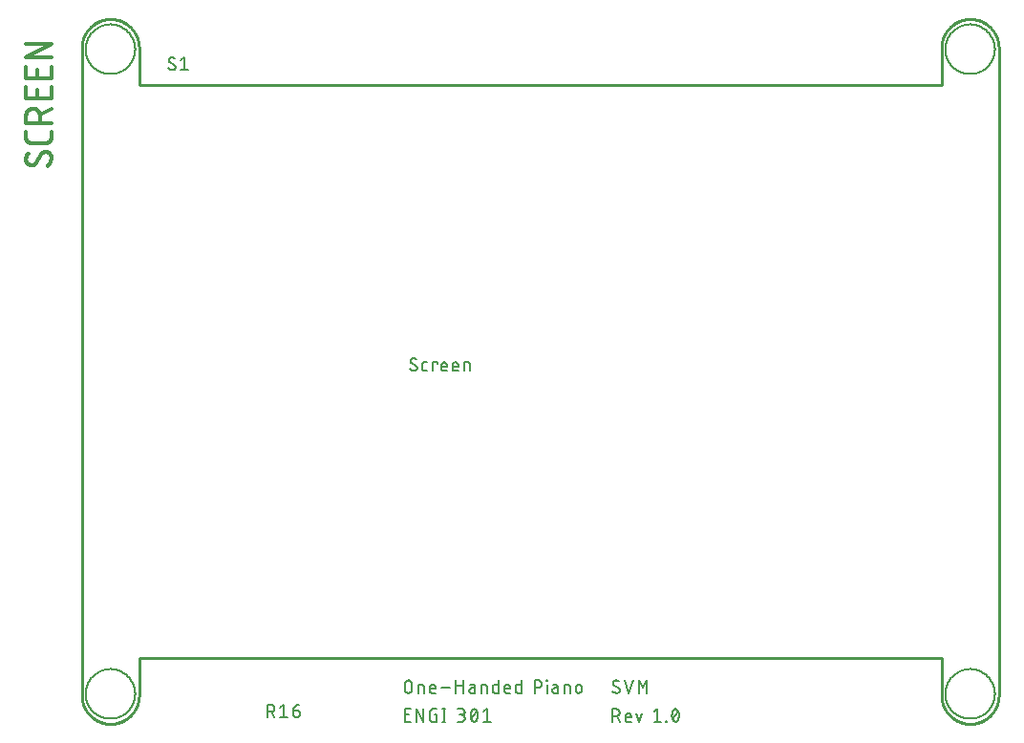
<source format=gbr>
G04 EAGLE Gerber RS-274X export*
G75*
%MOMM*%
%FSLAX34Y34*%
%LPD*%
%INSilkscreen Top*%
%IPPOS*%
%AMOC8*
5,1,8,0,0,1.08239X$1,22.5*%
G01*
%ADD10C,0.152400*%
%ADD11C,0.200000*%
%ADD12C,0.254000*%
%ADD13C,0.304800*%


D10*
X299212Y48316D02*
X299212Y53284D01*
X299214Y53395D01*
X299220Y53505D01*
X299230Y53616D01*
X299244Y53726D01*
X299261Y53835D01*
X299283Y53944D01*
X299308Y54052D01*
X299338Y54158D01*
X299371Y54264D01*
X299408Y54369D01*
X299448Y54472D01*
X299493Y54573D01*
X299540Y54673D01*
X299592Y54772D01*
X299647Y54868D01*
X299705Y54962D01*
X299766Y55054D01*
X299831Y55144D01*
X299899Y55232D01*
X299970Y55317D01*
X300044Y55399D01*
X300121Y55479D01*
X300201Y55556D01*
X300283Y55630D01*
X300368Y55701D01*
X300456Y55769D01*
X300546Y55834D01*
X300638Y55895D01*
X300732Y55953D01*
X300828Y56008D01*
X300927Y56060D01*
X301027Y56107D01*
X301128Y56152D01*
X301231Y56192D01*
X301336Y56229D01*
X301442Y56262D01*
X301548Y56292D01*
X301656Y56317D01*
X301765Y56339D01*
X301874Y56356D01*
X301984Y56370D01*
X302095Y56380D01*
X302205Y56386D01*
X302316Y56388D01*
X302427Y56386D01*
X302537Y56380D01*
X302648Y56370D01*
X302758Y56356D01*
X302867Y56339D01*
X302976Y56317D01*
X303084Y56292D01*
X303190Y56262D01*
X303296Y56229D01*
X303401Y56192D01*
X303504Y56152D01*
X303605Y56107D01*
X303705Y56060D01*
X303804Y56008D01*
X303900Y55953D01*
X303994Y55895D01*
X304086Y55834D01*
X304176Y55769D01*
X304264Y55701D01*
X304349Y55630D01*
X304431Y55556D01*
X304511Y55479D01*
X304588Y55399D01*
X304662Y55317D01*
X304733Y55232D01*
X304801Y55144D01*
X304866Y55054D01*
X304927Y54962D01*
X304985Y54868D01*
X305040Y54772D01*
X305092Y54673D01*
X305139Y54573D01*
X305184Y54472D01*
X305224Y54369D01*
X305261Y54264D01*
X305294Y54158D01*
X305324Y54052D01*
X305349Y53944D01*
X305371Y53835D01*
X305388Y53726D01*
X305402Y53616D01*
X305412Y53505D01*
X305418Y53395D01*
X305420Y53284D01*
X305421Y53284D02*
X305421Y48316D01*
X305420Y48316D02*
X305418Y48205D01*
X305412Y48095D01*
X305402Y47984D01*
X305388Y47874D01*
X305371Y47765D01*
X305349Y47656D01*
X305324Y47548D01*
X305294Y47442D01*
X305261Y47336D01*
X305224Y47231D01*
X305184Y47128D01*
X305139Y47027D01*
X305092Y46927D01*
X305040Y46828D01*
X304985Y46732D01*
X304927Y46638D01*
X304866Y46546D01*
X304801Y46456D01*
X304733Y46368D01*
X304662Y46283D01*
X304588Y46201D01*
X304511Y46121D01*
X304431Y46044D01*
X304349Y45970D01*
X304264Y45899D01*
X304176Y45831D01*
X304086Y45766D01*
X303994Y45705D01*
X303900Y45647D01*
X303804Y45592D01*
X303705Y45540D01*
X303605Y45493D01*
X303504Y45448D01*
X303401Y45408D01*
X303296Y45371D01*
X303190Y45338D01*
X303084Y45308D01*
X302976Y45283D01*
X302867Y45261D01*
X302758Y45244D01*
X302648Y45230D01*
X302537Y45220D01*
X302427Y45214D01*
X302316Y45212D01*
X302205Y45214D01*
X302095Y45220D01*
X301984Y45230D01*
X301874Y45244D01*
X301765Y45261D01*
X301656Y45283D01*
X301548Y45308D01*
X301442Y45338D01*
X301336Y45371D01*
X301231Y45408D01*
X301128Y45448D01*
X301027Y45493D01*
X300927Y45540D01*
X300828Y45592D01*
X300732Y45647D01*
X300638Y45705D01*
X300546Y45766D01*
X300456Y45831D01*
X300368Y45899D01*
X300283Y45970D01*
X300201Y46044D01*
X300121Y46121D01*
X300044Y46201D01*
X299970Y46283D01*
X299899Y46368D01*
X299831Y46456D01*
X299766Y46546D01*
X299705Y46638D01*
X299647Y46732D01*
X299592Y46828D01*
X299540Y46927D01*
X299493Y47027D01*
X299448Y47128D01*
X299408Y47231D01*
X299371Y47336D01*
X299338Y47442D01*
X299308Y47548D01*
X299283Y47656D01*
X299261Y47765D01*
X299244Y47874D01*
X299230Y47984D01*
X299220Y48095D01*
X299214Y48205D01*
X299212Y48316D01*
X310882Y45212D02*
X310882Y52663D01*
X313986Y52663D01*
X314070Y52661D01*
X314153Y52656D01*
X314236Y52646D01*
X314319Y52633D01*
X314401Y52616D01*
X314482Y52596D01*
X314562Y52572D01*
X314641Y52544D01*
X314718Y52513D01*
X314794Y52479D01*
X314869Y52441D01*
X314942Y52399D01*
X315012Y52355D01*
X315081Y52307D01*
X315148Y52257D01*
X315212Y52203D01*
X315273Y52147D01*
X315333Y52087D01*
X315389Y52026D01*
X315443Y51962D01*
X315493Y51895D01*
X315541Y51826D01*
X315585Y51756D01*
X315627Y51683D01*
X315665Y51608D01*
X315699Y51532D01*
X315730Y51455D01*
X315758Y51376D01*
X315782Y51296D01*
X315802Y51215D01*
X315819Y51133D01*
X315832Y51050D01*
X315842Y50967D01*
X315847Y50884D01*
X315849Y50800D01*
X315849Y45212D01*
X323032Y45212D02*
X326136Y45212D01*
X323032Y45212D02*
X322948Y45214D01*
X322865Y45219D01*
X322782Y45229D01*
X322699Y45242D01*
X322617Y45259D01*
X322536Y45279D01*
X322456Y45303D01*
X322377Y45331D01*
X322300Y45362D01*
X322224Y45396D01*
X322149Y45434D01*
X322076Y45476D01*
X322006Y45520D01*
X321937Y45568D01*
X321870Y45618D01*
X321806Y45672D01*
X321745Y45728D01*
X321685Y45788D01*
X321629Y45849D01*
X321575Y45913D01*
X321525Y45980D01*
X321477Y46049D01*
X321433Y46119D01*
X321391Y46192D01*
X321353Y46267D01*
X321319Y46343D01*
X321288Y46420D01*
X321260Y46499D01*
X321236Y46579D01*
X321216Y46660D01*
X321199Y46742D01*
X321186Y46825D01*
X321176Y46908D01*
X321171Y46991D01*
X321169Y47075D01*
X321169Y50179D01*
X321168Y50179D02*
X321170Y50278D01*
X321176Y50376D01*
X321186Y50475D01*
X321199Y50572D01*
X321217Y50670D01*
X321238Y50766D01*
X321264Y50862D01*
X321293Y50956D01*
X321325Y51049D01*
X321362Y51141D01*
X321402Y51231D01*
X321446Y51320D01*
X321493Y51407D01*
X321543Y51492D01*
X321597Y51574D01*
X321654Y51655D01*
X321714Y51733D01*
X321778Y51809D01*
X321844Y51882D01*
X321913Y51953D01*
X321985Y52021D01*
X322060Y52085D01*
X322137Y52147D01*
X322216Y52206D01*
X322298Y52261D01*
X322382Y52314D01*
X322467Y52362D01*
X322555Y52408D01*
X322645Y52450D01*
X322736Y52488D01*
X322828Y52522D01*
X322922Y52553D01*
X323017Y52580D01*
X323113Y52604D01*
X323210Y52623D01*
X323307Y52639D01*
X323405Y52651D01*
X323504Y52659D01*
X323603Y52663D01*
X323701Y52663D01*
X323800Y52659D01*
X323899Y52651D01*
X323997Y52639D01*
X324094Y52623D01*
X324191Y52604D01*
X324287Y52580D01*
X324382Y52553D01*
X324476Y52522D01*
X324568Y52488D01*
X324659Y52450D01*
X324749Y52408D01*
X324837Y52362D01*
X324922Y52314D01*
X325006Y52261D01*
X325088Y52206D01*
X325167Y52147D01*
X325244Y52085D01*
X325319Y52021D01*
X325391Y51953D01*
X325460Y51882D01*
X325526Y51809D01*
X325590Y51733D01*
X325650Y51655D01*
X325707Y51574D01*
X325761Y51492D01*
X325811Y51407D01*
X325858Y51320D01*
X325902Y51231D01*
X325942Y51141D01*
X325979Y51049D01*
X326011Y50956D01*
X326040Y50862D01*
X326066Y50766D01*
X326087Y50670D01*
X326105Y50572D01*
X326118Y50475D01*
X326128Y50376D01*
X326134Y50278D01*
X326136Y50179D01*
X326136Y48937D01*
X321169Y48937D01*
X331357Y49558D02*
X338808Y49558D01*
X344551Y45212D02*
X344551Y56388D01*
X344551Y51421D02*
X350760Y51421D01*
X350760Y56388D02*
X350760Y45212D01*
X358320Y49558D02*
X361114Y49558D01*
X358320Y49558D02*
X358228Y49556D01*
X358136Y49550D01*
X358044Y49540D01*
X357953Y49527D01*
X357862Y49509D01*
X357772Y49488D01*
X357684Y49463D01*
X357596Y49434D01*
X357510Y49401D01*
X357425Y49365D01*
X357342Y49325D01*
X357260Y49282D01*
X357181Y49235D01*
X357103Y49185D01*
X357028Y49132D01*
X356955Y49076D01*
X356884Y49016D01*
X356816Y48954D01*
X356751Y48889D01*
X356689Y48821D01*
X356629Y48750D01*
X356573Y48677D01*
X356520Y48602D01*
X356470Y48524D01*
X356423Y48445D01*
X356380Y48363D01*
X356340Y48280D01*
X356304Y48195D01*
X356271Y48109D01*
X356242Y48021D01*
X356217Y47933D01*
X356196Y47843D01*
X356178Y47752D01*
X356165Y47661D01*
X356155Y47569D01*
X356149Y47477D01*
X356147Y47385D01*
X356149Y47293D01*
X356155Y47201D01*
X356165Y47109D01*
X356178Y47018D01*
X356196Y46927D01*
X356217Y46837D01*
X356242Y46749D01*
X356271Y46661D01*
X356304Y46575D01*
X356340Y46490D01*
X356380Y46407D01*
X356423Y46325D01*
X356470Y46246D01*
X356520Y46168D01*
X356573Y46093D01*
X356629Y46020D01*
X356689Y45949D01*
X356751Y45881D01*
X356816Y45816D01*
X356884Y45754D01*
X356955Y45694D01*
X357028Y45638D01*
X357103Y45585D01*
X357181Y45535D01*
X357260Y45488D01*
X357342Y45445D01*
X357425Y45405D01*
X357510Y45369D01*
X357596Y45336D01*
X357684Y45307D01*
X357772Y45282D01*
X357862Y45261D01*
X357953Y45243D01*
X358044Y45230D01*
X358136Y45220D01*
X358228Y45214D01*
X358320Y45212D01*
X361114Y45212D01*
X361114Y50800D01*
X361115Y50800D02*
X361113Y50884D01*
X361108Y50967D01*
X361098Y51050D01*
X361085Y51133D01*
X361068Y51215D01*
X361048Y51296D01*
X361024Y51376D01*
X360996Y51455D01*
X360965Y51532D01*
X360931Y51608D01*
X360893Y51683D01*
X360851Y51756D01*
X360807Y51826D01*
X360759Y51895D01*
X360709Y51962D01*
X360655Y52026D01*
X360599Y52087D01*
X360539Y52147D01*
X360478Y52203D01*
X360414Y52257D01*
X360347Y52307D01*
X360278Y52355D01*
X360208Y52399D01*
X360135Y52441D01*
X360060Y52479D01*
X359984Y52513D01*
X359907Y52544D01*
X359828Y52572D01*
X359748Y52596D01*
X359667Y52616D01*
X359585Y52633D01*
X359502Y52646D01*
X359419Y52656D01*
X359336Y52661D01*
X359252Y52663D01*
X356768Y52663D01*
X366889Y52663D02*
X366889Y45212D01*
X366889Y52663D02*
X369993Y52663D01*
X370077Y52661D01*
X370160Y52656D01*
X370243Y52646D01*
X370326Y52633D01*
X370408Y52616D01*
X370489Y52596D01*
X370569Y52572D01*
X370648Y52544D01*
X370725Y52513D01*
X370801Y52479D01*
X370876Y52441D01*
X370949Y52399D01*
X371019Y52355D01*
X371088Y52307D01*
X371155Y52257D01*
X371219Y52203D01*
X371280Y52147D01*
X371340Y52087D01*
X371396Y52026D01*
X371450Y51962D01*
X371500Y51895D01*
X371548Y51826D01*
X371592Y51756D01*
X371634Y51683D01*
X371672Y51608D01*
X371706Y51532D01*
X371737Y51455D01*
X371765Y51376D01*
X371789Y51296D01*
X371809Y51215D01*
X371826Y51133D01*
X371839Y51050D01*
X371849Y50967D01*
X371854Y50884D01*
X371856Y50800D01*
X371856Y45212D01*
X382069Y45212D02*
X382069Y56388D01*
X382069Y45212D02*
X378965Y45212D01*
X378881Y45214D01*
X378798Y45219D01*
X378715Y45229D01*
X378632Y45242D01*
X378550Y45259D01*
X378469Y45279D01*
X378389Y45303D01*
X378310Y45331D01*
X378233Y45362D01*
X378157Y45396D01*
X378082Y45434D01*
X378009Y45476D01*
X377939Y45520D01*
X377870Y45568D01*
X377803Y45618D01*
X377739Y45672D01*
X377678Y45728D01*
X377618Y45788D01*
X377562Y45849D01*
X377508Y45913D01*
X377458Y45980D01*
X377410Y46049D01*
X377366Y46119D01*
X377324Y46192D01*
X377286Y46267D01*
X377252Y46343D01*
X377221Y46420D01*
X377193Y46499D01*
X377169Y46579D01*
X377149Y46660D01*
X377132Y46742D01*
X377119Y46825D01*
X377109Y46908D01*
X377104Y46991D01*
X377102Y47075D01*
X377102Y50800D01*
X377104Y50884D01*
X377110Y50967D01*
X377119Y51050D01*
X377132Y51133D01*
X377149Y51215D01*
X377169Y51296D01*
X377193Y51376D01*
X377221Y51455D01*
X377252Y51532D01*
X377286Y51608D01*
X377324Y51683D01*
X377366Y51756D01*
X377410Y51826D01*
X377458Y51895D01*
X377508Y51962D01*
X377562Y52026D01*
X377618Y52087D01*
X377678Y52147D01*
X377739Y52203D01*
X377803Y52257D01*
X377870Y52307D01*
X377939Y52355D01*
X378009Y52399D01*
X378082Y52441D01*
X378157Y52479D01*
X378233Y52513D01*
X378310Y52544D01*
X378389Y52572D01*
X378469Y52596D01*
X378550Y52616D01*
X378632Y52633D01*
X378715Y52646D01*
X378798Y52656D01*
X378881Y52661D01*
X378965Y52663D01*
X382069Y52663D01*
X389325Y45212D02*
X392430Y45212D01*
X389325Y45212D02*
X389241Y45214D01*
X389158Y45219D01*
X389075Y45229D01*
X388992Y45242D01*
X388910Y45259D01*
X388829Y45279D01*
X388749Y45303D01*
X388670Y45331D01*
X388593Y45362D01*
X388517Y45396D01*
X388442Y45434D01*
X388369Y45476D01*
X388299Y45520D01*
X388230Y45568D01*
X388163Y45618D01*
X388099Y45672D01*
X388038Y45728D01*
X387978Y45788D01*
X387922Y45849D01*
X387868Y45913D01*
X387818Y45980D01*
X387770Y46049D01*
X387726Y46119D01*
X387684Y46192D01*
X387646Y46267D01*
X387612Y46343D01*
X387581Y46420D01*
X387553Y46499D01*
X387529Y46579D01*
X387509Y46660D01*
X387492Y46742D01*
X387479Y46825D01*
X387469Y46908D01*
X387464Y46991D01*
X387462Y47075D01*
X387463Y47075D02*
X387463Y50179D01*
X387462Y50179D02*
X387464Y50278D01*
X387470Y50376D01*
X387480Y50475D01*
X387493Y50572D01*
X387511Y50670D01*
X387532Y50766D01*
X387558Y50862D01*
X387587Y50956D01*
X387619Y51049D01*
X387656Y51141D01*
X387696Y51231D01*
X387740Y51320D01*
X387787Y51407D01*
X387837Y51492D01*
X387891Y51574D01*
X387948Y51655D01*
X388008Y51733D01*
X388072Y51809D01*
X388138Y51882D01*
X388207Y51953D01*
X388279Y52021D01*
X388354Y52085D01*
X388431Y52147D01*
X388510Y52206D01*
X388592Y52261D01*
X388676Y52314D01*
X388761Y52362D01*
X388849Y52408D01*
X388939Y52450D01*
X389030Y52488D01*
X389122Y52522D01*
X389216Y52553D01*
X389311Y52580D01*
X389407Y52604D01*
X389504Y52623D01*
X389601Y52639D01*
X389699Y52651D01*
X389798Y52659D01*
X389897Y52663D01*
X389995Y52663D01*
X390094Y52659D01*
X390193Y52651D01*
X390291Y52639D01*
X390388Y52623D01*
X390485Y52604D01*
X390581Y52580D01*
X390676Y52553D01*
X390770Y52522D01*
X390862Y52488D01*
X390953Y52450D01*
X391043Y52408D01*
X391131Y52362D01*
X391216Y52314D01*
X391300Y52261D01*
X391382Y52206D01*
X391461Y52147D01*
X391538Y52085D01*
X391613Y52021D01*
X391685Y51953D01*
X391754Y51882D01*
X391820Y51809D01*
X391884Y51733D01*
X391944Y51655D01*
X392001Y51574D01*
X392055Y51492D01*
X392105Y51407D01*
X392152Y51320D01*
X392196Y51231D01*
X392236Y51141D01*
X392273Y51049D01*
X392305Y50956D01*
X392334Y50862D01*
X392360Y50766D01*
X392381Y50670D01*
X392399Y50572D01*
X392412Y50475D01*
X392422Y50376D01*
X392428Y50278D01*
X392430Y50179D01*
X392430Y48937D01*
X387463Y48937D01*
X402262Y45212D02*
X402262Y56388D01*
X402262Y45212D02*
X399158Y45212D01*
X399074Y45214D01*
X398991Y45219D01*
X398908Y45229D01*
X398825Y45242D01*
X398743Y45259D01*
X398662Y45279D01*
X398582Y45303D01*
X398503Y45331D01*
X398426Y45362D01*
X398350Y45396D01*
X398275Y45434D01*
X398202Y45476D01*
X398132Y45520D01*
X398063Y45568D01*
X397996Y45618D01*
X397932Y45672D01*
X397871Y45728D01*
X397811Y45788D01*
X397755Y45849D01*
X397701Y45913D01*
X397651Y45980D01*
X397603Y46049D01*
X397559Y46119D01*
X397517Y46192D01*
X397479Y46267D01*
X397445Y46343D01*
X397414Y46420D01*
X397386Y46499D01*
X397362Y46579D01*
X397342Y46660D01*
X397325Y46742D01*
X397312Y46825D01*
X397302Y46908D01*
X397297Y46991D01*
X397295Y47075D01*
X397295Y50800D01*
X397297Y50884D01*
X397303Y50967D01*
X397312Y51050D01*
X397325Y51133D01*
X397342Y51215D01*
X397362Y51296D01*
X397386Y51376D01*
X397414Y51455D01*
X397445Y51532D01*
X397479Y51608D01*
X397517Y51683D01*
X397559Y51756D01*
X397603Y51826D01*
X397651Y51895D01*
X397701Y51962D01*
X397755Y52026D01*
X397811Y52087D01*
X397871Y52147D01*
X397932Y52203D01*
X397996Y52257D01*
X398063Y52307D01*
X398132Y52355D01*
X398202Y52399D01*
X398275Y52441D01*
X398350Y52479D01*
X398426Y52513D01*
X398503Y52544D01*
X398582Y52572D01*
X398662Y52596D01*
X398743Y52616D01*
X398825Y52633D01*
X398908Y52646D01*
X398991Y52656D01*
X399074Y52661D01*
X399158Y52663D01*
X402262Y52663D01*
X414485Y56388D02*
X414485Y45212D01*
X414485Y56388D02*
X417590Y56388D01*
X417701Y56386D01*
X417811Y56380D01*
X417922Y56370D01*
X418032Y56356D01*
X418141Y56339D01*
X418250Y56317D01*
X418358Y56292D01*
X418464Y56262D01*
X418570Y56229D01*
X418675Y56192D01*
X418778Y56152D01*
X418879Y56107D01*
X418979Y56060D01*
X419078Y56008D01*
X419174Y55953D01*
X419268Y55895D01*
X419360Y55834D01*
X419450Y55769D01*
X419538Y55701D01*
X419623Y55630D01*
X419705Y55556D01*
X419785Y55479D01*
X419862Y55399D01*
X419936Y55317D01*
X420007Y55232D01*
X420075Y55144D01*
X420140Y55054D01*
X420201Y54962D01*
X420259Y54868D01*
X420314Y54772D01*
X420366Y54673D01*
X420413Y54573D01*
X420458Y54472D01*
X420498Y54369D01*
X420535Y54264D01*
X420568Y54158D01*
X420598Y54052D01*
X420623Y53944D01*
X420645Y53835D01*
X420662Y53726D01*
X420676Y53616D01*
X420686Y53505D01*
X420692Y53395D01*
X420694Y53284D01*
X420692Y53173D01*
X420686Y53063D01*
X420676Y52952D01*
X420662Y52842D01*
X420645Y52733D01*
X420623Y52624D01*
X420598Y52516D01*
X420568Y52410D01*
X420535Y52304D01*
X420498Y52199D01*
X420458Y52096D01*
X420413Y51995D01*
X420366Y51895D01*
X420314Y51796D01*
X420259Y51700D01*
X420201Y51606D01*
X420140Y51514D01*
X420075Y51424D01*
X420007Y51336D01*
X419936Y51251D01*
X419862Y51169D01*
X419785Y51089D01*
X419705Y51012D01*
X419623Y50938D01*
X419538Y50867D01*
X419450Y50799D01*
X419360Y50734D01*
X419268Y50673D01*
X419174Y50615D01*
X419078Y50560D01*
X418979Y50508D01*
X418879Y50461D01*
X418778Y50416D01*
X418675Y50376D01*
X418570Y50339D01*
X418464Y50306D01*
X418358Y50276D01*
X418250Y50251D01*
X418141Y50229D01*
X418032Y50212D01*
X417922Y50198D01*
X417811Y50188D01*
X417701Y50182D01*
X417590Y50180D01*
X417590Y50179D02*
X414485Y50179D01*
X424998Y52663D02*
X424998Y45212D01*
X424688Y55767D02*
X424688Y56388D01*
X425309Y56388D01*
X425309Y55767D01*
X424688Y55767D01*
X431853Y49558D02*
X434647Y49558D01*
X431853Y49558D02*
X431761Y49556D01*
X431669Y49550D01*
X431577Y49540D01*
X431486Y49527D01*
X431395Y49509D01*
X431305Y49488D01*
X431217Y49463D01*
X431129Y49434D01*
X431043Y49401D01*
X430958Y49365D01*
X430875Y49325D01*
X430793Y49282D01*
X430714Y49235D01*
X430636Y49185D01*
X430561Y49132D01*
X430488Y49076D01*
X430417Y49016D01*
X430349Y48954D01*
X430284Y48889D01*
X430222Y48821D01*
X430162Y48750D01*
X430106Y48677D01*
X430053Y48602D01*
X430003Y48524D01*
X429956Y48445D01*
X429913Y48363D01*
X429873Y48280D01*
X429837Y48195D01*
X429804Y48109D01*
X429775Y48021D01*
X429750Y47933D01*
X429729Y47843D01*
X429711Y47752D01*
X429698Y47661D01*
X429688Y47569D01*
X429682Y47477D01*
X429680Y47385D01*
X429682Y47293D01*
X429688Y47201D01*
X429698Y47109D01*
X429711Y47018D01*
X429729Y46927D01*
X429750Y46837D01*
X429775Y46749D01*
X429804Y46661D01*
X429837Y46575D01*
X429873Y46490D01*
X429913Y46407D01*
X429956Y46325D01*
X430003Y46246D01*
X430053Y46168D01*
X430106Y46093D01*
X430162Y46020D01*
X430222Y45949D01*
X430284Y45881D01*
X430349Y45816D01*
X430417Y45754D01*
X430488Y45694D01*
X430561Y45638D01*
X430636Y45585D01*
X430714Y45535D01*
X430793Y45488D01*
X430875Y45445D01*
X430958Y45405D01*
X431043Y45369D01*
X431129Y45336D01*
X431217Y45307D01*
X431305Y45282D01*
X431395Y45261D01*
X431486Y45243D01*
X431577Y45230D01*
X431669Y45220D01*
X431761Y45214D01*
X431853Y45212D01*
X434647Y45212D01*
X434647Y50800D01*
X434645Y50884D01*
X434640Y50967D01*
X434630Y51050D01*
X434617Y51133D01*
X434600Y51215D01*
X434580Y51296D01*
X434556Y51376D01*
X434528Y51455D01*
X434497Y51532D01*
X434463Y51608D01*
X434425Y51683D01*
X434383Y51756D01*
X434339Y51826D01*
X434291Y51895D01*
X434241Y51962D01*
X434187Y52026D01*
X434131Y52087D01*
X434071Y52147D01*
X434010Y52203D01*
X433946Y52257D01*
X433879Y52307D01*
X433810Y52355D01*
X433740Y52399D01*
X433667Y52441D01*
X433592Y52479D01*
X433516Y52513D01*
X433439Y52544D01*
X433360Y52572D01*
X433280Y52596D01*
X433199Y52616D01*
X433117Y52633D01*
X433034Y52646D01*
X432951Y52656D01*
X432868Y52661D01*
X432784Y52663D01*
X430301Y52663D01*
X440422Y52663D02*
X440422Y45212D01*
X440422Y52663D02*
X443526Y52663D01*
X443610Y52661D01*
X443693Y52656D01*
X443776Y52646D01*
X443859Y52633D01*
X443941Y52616D01*
X444022Y52596D01*
X444102Y52572D01*
X444181Y52544D01*
X444258Y52513D01*
X444334Y52479D01*
X444409Y52441D01*
X444482Y52399D01*
X444552Y52355D01*
X444621Y52307D01*
X444688Y52257D01*
X444752Y52203D01*
X444813Y52147D01*
X444873Y52087D01*
X444929Y52026D01*
X444983Y51962D01*
X445033Y51895D01*
X445081Y51826D01*
X445125Y51756D01*
X445167Y51683D01*
X445205Y51608D01*
X445239Y51532D01*
X445270Y51455D01*
X445298Y51376D01*
X445322Y51296D01*
X445342Y51215D01*
X445359Y51133D01*
X445372Y51050D01*
X445382Y50967D01*
X445387Y50884D01*
X445389Y50800D01*
X445389Y45212D01*
X450709Y47696D02*
X450709Y50179D01*
X450708Y50179D02*
X450710Y50278D01*
X450716Y50376D01*
X450726Y50475D01*
X450739Y50572D01*
X450757Y50670D01*
X450778Y50766D01*
X450804Y50862D01*
X450833Y50956D01*
X450865Y51049D01*
X450902Y51141D01*
X450942Y51231D01*
X450986Y51320D01*
X451033Y51407D01*
X451083Y51492D01*
X451137Y51574D01*
X451194Y51655D01*
X451254Y51733D01*
X451318Y51809D01*
X451384Y51882D01*
X451453Y51953D01*
X451525Y52021D01*
X451600Y52085D01*
X451677Y52147D01*
X451756Y52206D01*
X451838Y52261D01*
X451922Y52314D01*
X452007Y52362D01*
X452095Y52408D01*
X452185Y52450D01*
X452276Y52488D01*
X452368Y52522D01*
X452462Y52553D01*
X452557Y52580D01*
X452653Y52604D01*
X452750Y52623D01*
X452847Y52639D01*
X452945Y52651D01*
X453044Y52659D01*
X453143Y52663D01*
X453241Y52663D01*
X453340Y52659D01*
X453439Y52651D01*
X453537Y52639D01*
X453634Y52623D01*
X453731Y52604D01*
X453827Y52580D01*
X453922Y52553D01*
X454016Y52522D01*
X454108Y52488D01*
X454199Y52450D01*
X454289Y52408D01*
X454377Y52362D01*
X454462Y52314D01*
X454546Y52261D01*
X454628Y52206D01*
X454707Y52147D01*
X454784Y52085D01*
X454859Y52021D01*
X454931Y51953D01*
X455000Y51882D01*
X455066Y51809D01*
X455130Y51733D01*
X455190Y51655D01*
X455247Y51574D01*
X455301Y51492D01*
X455351Y51407D01*
X455398Y51320D01*
X455442Y51231D01*
X455482Y51141D01*
X455519Y51049D01*
X455551Y50956D01*
X455580Y50862D01*
X455606Y50766D01*
X455627Y50670D01*
X455645Y50572D01*
X455658Y50475D01*
X455668Y50376D01*
X455674Y50278D01*
X455676Y50179D01*
X455676Y47696D01*
X455674Y47597D01*
X455668Y47499D01*
X455658Y47400D01*
X455645Y47303D01*
X455627Y47205D01*
X455606Y47109D01*
X455580Y47013D01*
X455551Y46919D01*
X455519Y46826D01*
X455482Y46734D01*
X455442Y46644D01*
X455398Y46555D01*
X455351Y46468D01*
X455301Y46383D01*
X455247Y46301D01*
X455190Y46220D01*
X455130Y46142D01*
X455066Y46066D01*
X455000Y45993D01*
X454931Y45922D01*
X454859Y45854D01*
X454784Y45790D01*
X454707Y45728D01*
X454628Y45669D01*
X454546Y45614D01*
X454462Y45561D01*
X454377Y45513D01*
X454289Y45467D01*
X454199Y45425D01*
X454108Y45387D01*
X454016Y45353D01*
X453922Y45322D01*
X453827Y45295D01*
X453731Y45271D01*
X453634Y45252D01*
X453537Y45236D01*
X453439Y45224D01*
X453340Y45216D01*
X453241Y45212D01*
X453143Y45212D01*
X453044Y45216D01*
X452945Y45224D01*
X452847Y45236D01*
X452750Y45252D01*
X452653Y45271D01*
X452557Y45295D01*
X452462Y45322D01*
X452368Y45353D01*
X452276Y45387D01*
X452185Y45425D01*
X452095Y45467D01*
X452007Y45513D01*
X451922Y45561D01*
X451838Y45614D01*
X451756Y45669D01*
X451677Y45728D01*
X451600Y45790D01*
X451525Y45854D01*
X451453Y45922D01*
X451384Y45993D01*
X451318Y46066D01*
X451254Y46142D01*
X451194Y46220D01*
X451137Y46301D01*
X451083Y46383D01*
X451033Y46468D01*
X450986Y46555D01*
X450942Y46644D01*
X450902Y46734D01*
X450865Y46826D01*
X450833Y46919D01*
X450804Y47013D01*
X450778Y47109D01*
X450757Y47205D01*
X450739Y47303D01*
X450726Y47400D01*
X450716Y47499D01*
X450710Y47597D01*
X450708Y47696D01*
X304179Y19812D02*
X299212Y19812D01*
X299212Y30988D01*
X304179Y30988D01*
X302937Y26021D02*
X299212Y26021D01*
X309090Y30988D02*
X309090Y19812D01*
X315299Y19812D02*
X309090Y30988D01*
X315299Y30988D02*
X315299Y19812D01*
X325628Y26021D02*
X327491Y26021D01*
X327491Y19812D01*
X323765Y19812D01*
X323667Y19814D01*
X323570Y19820D01*
X323473Y19829D01*
X323376Y19843D01*
X323280Y19860D01*
X323185Y19881D01*
X323091Y19905D01*
X322997Y19934D01*
X322905Y19966D01*
X322814Y20001D01*
X322725Y20040D01*
X322637Y20083D01*
X322551Y20129D01*
X322467Y20178D01*
X322385Y20231D01*
X322305Y20286D01*
X322227Y20345D01*
X322152Y20407D01*
X322079Y20472D01*
X322009Y20540D01*
X321941Y20610D01*
X321876Y20683D01*
X321814Y20758D01*
X321755Y20836D01*
X321700Y20916D01*
X321647Y20998D01*
X321598Y21082D01*
X321552Y21168D01*
X321509Y21256D01*
X321470Y21345D01*
X321435Y21436D01*
X321403Y21528D01*
X321374Y21622D01*
X321350Y21716D01*
X321329Y21811D01*
X321312Y21907D01*
X321298Y22004D01*
X321289Y22101D01*
X321283Y22198D01*
X321281Y22296D01*
X321282Y22296D02*
X321282Y28504D01*
X321281Y28504D02*
X321283Y28602D01*
X321289Y28699D01*
X321298Y28796D01*
X321312Y28893D01*
X321329Y28989D01*
X321350Y29084D01*
X321374Y29178D01*
X321403Y29272D01*
X321435Y29364D01*
X321470Y29455D01*
X321509Y29544D01*
X321552Y29632D01*
X321598Y29718D01*
X321647Y29802D01*
X321700Y29884D01*
X321755Y29964D01*
X321814Y30042D01*
X321876Y30117D01*
X321941Y30190D01*
X322009Y30260D01*
X322079Y30328D01*
X322152Y30393D01*
X322227Y30455D01*
X322305Y30514D01*
X322385Y30569D01*
X322467Y30622D01*
X322551Y30671D01*
X322637Y30717D01*
X322725Y30760D01*
X322814Y30799D01*
X322905Y30834D01*
X322997Y30866D01*
X323091Y30895D01*
X323185Y30919D01*
X323280Y30940D01*
X323376Y30957D01*
X323473Y30971D01*
X323570Y30980D01*
X323667Y30986D01*
X323765Y30988D01*
X327491Y30988D01*
X333911Y30988D02*
X333911Y19812D01*
X332669Y19812D02*
X335153Y19812D01*
X335153Y30988D02*
X332669Y30988D01*
X346047Y19812D02*
X349151Y19812D01*
X349262Y19814D01*
X349372Y19820D01*
X349483Y19830D01*
X349593Y19844D01*
X349702Y19861D01*
X349811Y19883D01*
X349919Y19908D01*
X350025Y19938D01*
X350131Y19971D01*
X350236Y20008D01*
X350339Y20048D01*
X350440Y20093D01*
X350540Y20140D01*
X350639Y20192D01*
X350735Y20247D01*
X350829Y20305D01*
X350921Y20366D01*
X351011Y20431D01*
X351099Y20499D01*
X351184Y20570D01*
X351266Y20644D01*
X351346Y20721D01*
X351423Y20801D01*
X351497Y20883D01*
X351568Y20968D01*
X351636Y21056D01*
X351701Y21146D01*
X351762Y21238D01*
X351820Y21332D01*
X351875Y21428D01*
X351927Y21527D01*
X351974Y21627D01*
X352019Y21728D01*
X352059Y21831D01*
X352096Y21936D01*
X352129Y22042D01*
X352159Y22148D01*
X352184Y22256D01*
X352206Y22365D01*
X352223Y22474D01*
X352237Y22584D01*
X352247Y22695D01*
X352253Y22805D01*
X352255Y22916D01*
X352253Y23027D01*
X352247Y23137D01*
X352237Y23248D01*
X352223Y23358D01*
X352206Y23467D01*
X352184Y23576D01*
X352159Y23684D01*
X352129Y23790D01*
X352096Y23896D01*
X352059Y24001D01*
X352019Y24104D01*
X351974Y24205D01*
X351927Y24305D01*
X351875Y24404D01*
X351820Y24500D01*
X351762Y24594D01*
X351701Y24686D01*
X351636Y24776D01*
X351568Y24864D01*
X351497Y24949D01*
X351423Y25031D01*
X351346Y25111D01*
X351266Y25188D01*
X351184Y25262D01*
X351099Y25333D01*
X351011Y25401D01*
X350921Y25466D01*
X350829Y25527D01*
X350735Y25585D01*
X350639Y25640D01*
X350540Y25692D01*
X350440Y25739D01*
X350339Y25784D01*
X350236Y25824D01*
X350131Y25861D01*
X350025Y25894D01*
X349919Y25924D01*
X349811Y25949D01*
X349702Y25971D01*
X349593Y25988D01*
X349483Y26002D01*
X349372Y26012D01*
X349262Y26018D01*
X349151Y26020D01*
X349772Y30988D02*
X346047Y30988D01*
X349772Y30988D02*
X349871Y30986D01*
X349969Y30980D01*
X350068Y30970D01*
X350165Y30957D01*
X350263Y30939D01*
X350359Y30918D01*
X350455Y30892D01*
X350549Y30863D01*
X350642Y30831D01*
X350734Y30794D01*
X350824Y30754D01*
X350913Y30710D01*
X351000Y30663D01*
X351085Y30613D01*
X351167Y30559D01*
X351248Y30502D01*
X351326Y30442D01*
X351402Y30378D01*
X351475Y30312D01*
X351546Y30243D01*
X351614Y30171D01*
X351678Y30096D01*
X351740Y30019D01*
X351799Y29940D01*
X351854Y29858D01*
X351907Y29774D01*
X351955Y29689D01*
X352001Y29601D01*
X352043Y29511D01*
X352081Y29420D01*
X352115Y29328D01*
X352146Y29234D01*
X352173Y29139D01*
X352197Y29043D01*
X352216Y28946D01*
X352232Y28849D01*
X352244Y28751D01*
X352252Y28652D01*
X352256Y28553D01*
X352256Y28455D01*
X352252Y28356D01*
X352244Y28257D01*
X352232Y28159D01*
X352216Y28062D01*
X352197Y27965D01*
X352173Y27869D01*
X352146Y27774D01*
X352115Y27680D01*
X352081Y27588D01*
X352043Y27497D01*
X352001Y27407D01*
X351955Y27319D01*
X351907Y27234D01*
X351854Y27150D01*
X351799Y27068D01*
X351740Y26989D01*
X351678Y26912D01*
X351614Y26837D01*
X351546Y26765D01*
X351475Y26696D01*
X351402Y26630D01*
X351326Y26566D01*
X351248Y26506D01*
X351167Y26449D01*
X351085Y26395D01*
X351000Y26345D01*
X350913Y26298D01*
X350824Y26254D01*
X350734Y26214D01*
X350642Y26177D01*
X350549Y26145D01*
X350455Y26116D01*
X350359Y26090D01*
X350263Y26069D01*
X350165Y26051D01*
X350068Y26038D01*
X349969Y26028D01*
X349871Y26022D01*
X349772Y26020D01*
X349772Y26021D02*
X347288Y26021D01*
X357477Y25400D02*
X357480Y25620D01*
X357487Y25840D01*
X357501Y26059D01*
X357519Y26278D01*
X357543Y26497D01*
X357571Y26715D01*
X357605Y26932D01*
X357644Y27148D01*
X357689Y27364D01*
X357738Y27578D01*
X357793Y27791D01*
X357852Y28003D01*
X357917Y28213D01*
X357987Y28421D01*
X358061Y28628D01*
X358141Y28833D01*
X358225Y29036D01*
X358314Y29237D01*
X358408Y29436D01*
X358441Y29525D01*
X358477Y29613D01*
X358517Y29699D01*
X358560Y29784D01*
X358607Y29866D01*
X358658Y29947D01*
X358711Y30025D01*
X358768Y30101D01*
X358828Y30175D01*
X358891Y30246D01*
X358956Y30315D01*
X359025Y30381D01*
X359096Y30443D01*
X359170Y30503D01*
X359246Y30560D01*
X359324Y30614D01*
X359405Y30664D01*
X359487Y30711D01*
X359572Y30754D01*
X359658Y30794D01*
X359746Y30831D01*
X359835Y30863D01*
X359925Y30892D01*
X360017Y30918D01*
X360109Y30939D01*
X360203Y30957D01*
X360297Y30970D01*
X360391Y30980D01*
X360486Y30986D01*
X360581Y30988D01*
X360676Y30986D01*
X360771Y30980D01*
X360865Y30970D01*
X360959Y30957D01*
X361053Y30939D01*
X361145Y30918D01*
X361237Y30892D01*
X361327Y30863D01*
X361416Y30831D01*
X361504Y30794D01*
X361590Y30754D01*
X361675Y30711D01*
X361757Y30664D01*
X361838Y30614D01*
X361916Y30560D01*
X361992Y30503D01*
X362066Y30443D01*
X362137Y30381D01*
X362206Y30315D01*
X362271Y30246D01*
X362334Y30175D01*
X362394Y30101D01*
X362451Y30025D01*
X362504Y29947D01*
X362555Y29866D01*
X362602Y29783D01*
X362645Y29699D01*
X362685Y29613D01*
X362721Y29525D01*
X362754Y29436D01*
X362755Y29436D02*
X362849Y29237D01*
X362938Y29036D01*
X363022Y28833D01*
X363102Y28628D01*
X363176Y28421D01*
X363246Y28213D01*
X363311Y28003D01*
X363370Y27791D01*
X363425Y27578D01*
X363474Y27364D01*
X363519Y27148D01*
X363558Y26932D01*
X363592Y26715D01*
X363620Y26497D01*
X363644Y26278D01*
X363662Y26059D01*
X363676Y25840D01*
X363683Y25620D01*
X363686Y25400D01*
X357477Y25400D02*
X357480Y25180D01*
X357487Y24960D01*
X357501Y24741D01*
X357519Y24522D01*
X357543Y24303D01*
X357571Y24085D01*
X357605Y23868D01*
X357644Y23652D01*
X357689Y23436D01*
X357738Y23222D01*
X357793Y23009D01*
X357852Y22798D01*
X357917Y22587D01*
X357987Y22379D01*
X358061Y22172D01*
X358141Y21967D01*
X358225Y21764D01*
X358314Y21563D01*
X358408Y21364D01*
X358441Y21275D01*
X358477Y21187D01*
X358517Y21101D01*
X358560Y21016D01*
X358607Y20934D01*
X358658Y20853D01*
X358711Y20775D01*
X358768Y20699D01*
X358828Y20625D01*
X358891Y20554D01*
X358956Y20485D01*
X359025Y20419D01*
X359096Y20357D01*
X359170Y20297D01*
X359246Y20240D01*
X359324Y20186D01*
X359405Y20136D01*
X359487Y20089D01*
X359572Y20046D01*
X359658Y20006D01*
X359746Y19969D01*
X359835Y19937D01*
X359925Y19908D01*
X360017Y19882D01*
X360109Y19861D01*
X360203Y19843D01*
X360297Y19830D01*
X360391Y19820D01*
X360486Y19814D01*
X360581Y19812D01*
X362755Y21364D02*
X362849Y21563D01*
X362938Y21764D01*
X363022Y21967D01*
X363102Y22172D01*
X363176Y22379D01*
X363246Y22587D01*
X363311Y22797D01*
X363370Y23009D01*
X363425Y23222D01*
X363474Y23436D01*
X363519Y23652D01*
X363558Y23868D01*
X363592Y24085D01*
X363620Y24303D01*
X363644Y24522D01*
X363662Y24741D01*
X363676Y24960D01*
X363683Y25180D01*
X363686Y25400D01*
X362754Y21364D02*
X362721Y21275D01*
X362685Y21187D01*
X362645Y21101D01*
X362602Y21016D01*
X362555Y20934D01*
X362504Y20853D01*
X362451Y20775D01*
X362394Y20699D01*
X362334Y20625D01*
X362271Y20554D01*
X362206Y20485D01*
X362137Y20419D01*
X362066Y20357D01*
X361992Y20297D01*
X361916Y20240D01*
X361838Y20186D01*
X361757Y20136D01*
X361675Y20089D01*
X361590Y20046D01*
X361504Y20006D01*
X361416Y19969D01*
X361327Y19937D01*
X361237Y19908D01*
X361145Y19882D01*
X361053Y19861D01*
X360959Y19843D01*
X360865Y19830D01*
X360771Y19820D01*
X360676Y19814D01*
X360581Y19812D01*
X358098Y22296D02*
X363065Y28504D01*
X368907Y28504D02*
X372011Y30988D01*
X372011Y19812D01*
X368907Y19812D02*
X375116Y19812D01*
X487087Y45212D02*
X487184Y45214D01*
X487282Y45220D01*
X487379Y45229D01*
X487476Y45243D01*
X487572Y45260D01*
X487667Y45281D01*
X487761Y45305D01*
X487855Y45334D01*
X487947Y45366D01*
X488038Y45401D01*
X488127Y45440D01*
X488215Y45483D01*
X488301Y45529D01*
X488385Y45578D01*
X488467Y45631D01*
X488547Y45686D01*
X488625Y45745D01*
X488700Y45807D01*
X488773Y45872D01*
X488843Y45940D01*
X488911Y46010D01*
X488976Y46083D01*
X489038Y46158D01*
X489097Y46236D01*
X489152Y46316D01*
X489205Y46398D01*
X489254Y46482D01*
X489300Y46568D01*
X489343Y46656D01*
X489382Y46745D01*
X489417Y46836D01*
X489449Y46928D01*
X489478Y47022D01*
X489502Y47116D01*
X489523Y47211D01*
X489540Y47307D01*
X489554Y47404D01*
X489563Y47501D01*
X489569Y47598D01*
X489571Y47696D01*
X487087Y45212D02*
X486944Y45214D01*
X486801Y45220D01*
X486659Y45229D01*
X486517Y45243D01*
X486375Y45261D01*
X486234Y45282D01*
X486093Y45307D01*
X485953Y45336D01*
X485814Y45369D01*
X485676Y45405D01*
X485539Y45446D01*
X485403Y45490D01*
X485268Y45537D01*
X485135Y45589D01*
X485003Y45644D01*
X484873Y45702D01*
X484744Y45764D01*
X484617Y45830D01*
X484492Y45899D01*
X484369Y45971D01*
X484248Y46047D01*
X484129Y46125D01*
X484012Y46208D01*
X483897Y46293D01*
X483785Y46381D01*
X483675Y46473D01*
X483568Y46567D01*
X483463Y46664D01*
X483361Y46764D01*
X483672Y53904D02*
X483674Y54002D01*
X483680Y54099D01*
X483689Y54196D01*
X483703Y54293D01*
X483720Y54389D01*
X483741Y54484D01*
X483765Y54578D01*
X483794Y54672D01*
X483826Y54764D01*
X483861Y54855D01*
X483900Y54944D01*
X483943Y55032D01*
X483989Y55118D01*
X484038Y55202D01*
X484091Y55284D01*
X484146Y55364D01*
X484205Y55442D01*
X484267Y55517D01*
X484332Y55590D01*
X484400Y55660D01*
X484470Y55728D01*
X484543Y55793D01*
X484618Y55855D01*
X484696Y55914D01*
X484776Y55969D01*
X484858Y56022D01*
X484942Y56071D01*
X485028Y56117D01*
X485116Y56160D01*
X485205Y56199D01*
X485296Y56234D01*
X485388Y56266D01*
X485482Y56295D01*
X485576Y56319D01*
X485671Y56340D01*
X485767Y56357D01*
X485864Y56371D01*
X485961Y56380D01*
X486058Y56386D01*
X486156Y56388D01*
X486286Y56386D01*
X486416Y56381D01*
X486546Y56372D01*
X486676Y56359D01*
X486805Y56343D01*
X486934Y56323D01*
X487062Y56299D01*
X487190Y56272D01*
X487316Y56241D01*
X487442Y56207D01*
X487567Y56169D01*
X487690Y56128D01*
X487813Y56083D01*
X487934Y56035D01*
X488054Y55984D01*
X488172Y55929D01*
X488288Y55871D01*
X488403Y55810D01*
X488517Y55745D01*
X488628Y55678D01*
X488737Y55607D01*
X488845Y55533D01*
X488950Y55457D01*
X484915Y51731D02*
X484832Y51782D01*
X484751Y51836D01*
X484673Y51893D01*
X484597Y51953D01*
X484523Y52016D01*
X484452Y52082D01*
X484383Y52150D01*
X484317Y52221D01*
X484253Y52294D01*
X484193Y52370D01*
X484136Y52448D01*
X484081Y52529D01*
X484030Y52611D01*
X483982Y52695D01*
X483937Y52781D01*
X483895Y52869D01*
X483857Y52958D01*
X483823Y53048D01*
X483791Y53140D01*
X483764Y53233D01*
X483740Y53327D01*
X483719Y53422D01*
X483703Y53518D01*
X483690Y53614D01*
X483680Y53710D01*
X483675Y53807D01*
X483673Y53904D01*
X488328Y49869D02*
X488411Y49818D01*
X488492Y49764D01*
X488570Y49707D01*
X488646Y49647D01*
X488720Y49584D01*
X488791Y49518D01*
X488860Y49450D01*
X488926Y49379D01*
X488990Y49306D01*
X489050Y49230D01*
X489107Y49152D01*
X489162Y49071D01*
X489213Y48989D01*
X489261Y48905D01*
X489306Y48819D01*
X489348Y48731D01*
X489386Y48642D01*
X489420Y48552D01*
X489452Y48460D01*
X489479Y48367D01*
X489503Y48273D01*
X489524Y48178D01*
X489540Y48082D01*
X489553Y47986D01*
X489563Y47890D01*
X489568Y47793D01*
X489570Y47696D01*
X488329Y49869D02*
X484914Y51731D01*
X493790Y56388D02*
X497515Y45212D01*
X501241Y56388D01*
X506363Y56388D02*
X506363Y45212D01*
X510088Y50179D02*
X506363Y56388D01*
X510088Y50179D02*
X513814Y56388D01*
X513814Y45212D01*
X483362Y30988D02*
X483362Y19812D01*
X483362Y30988D02*
X486466Y30988D01*
X486577Y30986D01*
X486687Y30980D01*
X486798Y30970D01*
X486908Y30956D01*
X487017Y30939D01*
X487126Y30917D01*
X487234Y30892D01*
X487340Y30862D01*
X487446Y30829D01*
X487551Y30792D01*
X487654Y30752D01*
X487755Y30707D01*
X487855Y30660D01*
X487954Y30608D01*
X488050Y30553D01*
X488144Y30495D01*
X488236Y30434D01*
X488326Y30369D01*
X488414Y30301D01*
X488499Y30230D01*
X488581Y30156D01*
X488661Y30079D01*
X488738Y29999D01*
X488812Y29917D01*
X488883Y29832D01*
X488951Y29744D01*
X489016Y29654D01*
X489077Y29562D01*
X489135Y29468D01*
X489190Y29372D01*
X489242Y29273D01*
X489289Y29173D01*
X489334Y29072D01*
X489374Y28969D01*
X489411Y28864D01*
X489444Y28758D01*
X489474Y28652D01*
X489499Y28544D01*
X489521Y28435D01*
X489538Y28326D01*
X489552Y28216D01*
X489562Y28105D01*
X489568Y27995D01*
X489570Y27884D01*
X489568Y27773D01*
X489562Y27663D01*
X489552Y27552D01*
X489538Y27442D01*
X489521Y27333D01*
X489499Y27224D01*
X489474Y27116D01*
X489444Y27010D01*
X489411Y26904D01*
X489374Y26799D01*
X489334Y26696D01*
X489289Y26595D01*
X489242Y26495D01*
X489190Y26396D01*
X489135Y26300D01*
X489077Y26206D01*
X489016Y26114D01*
X488951Y26024D01*
X488883Y25936D01*
X488812Y25851D01*
X488738Y25769D01*
X488661Y25689D01*
X488581Y25612D01*
X488499Y25538D01*
X488414Y25467D01*
X488326Y25399D01*
X488236Y25334D01*
X488144Y25273D01*
X488050Y25215D01*
X487954Y25160D01*
X487855Y25108D01*
X487755Y25061D01*
X487654Y25016D01*
X487551Y24976D01*
X487446Y24939D01*
X487340Y24906D01*
X487234Y24876D01*
X487126Y24851D01*
X487017Y24829D01*
X486908Y24812D01*
X486798Y24798D01*
X486687Y24788D01*
X486577Y24782D01*
X486466Y24780D01*
X486466Y24779D02*
X483362Y24779D01*
X487087Y24779D02*
X489571Y19812D01*
X496422Y19812D02*
X499526Y19812D01*
X496422Y19812D02*
X496338Y19814D01*
X496255Y19819D01*
X496172Y19829D01*
X496089Y19842D01*
X496007Y19859D01*
X495926Y19879D01*
X495846Y19903D01*
X495767Y19931D01*
X495690Y19962D01*
X495614Y19996D01*
X495539Y20034D01*
X495466Y20076D01*
X495396Y20120D01*
X495327Y20168D01*
X495260Y20218D01*
X495196Y20272D01*
X495135Y20328D01*
X495075Y20388D01*
X495019Y20449D01*
X494965Y20513D01*
X494915Y20580D01*
X494867Y20649D01*
X494823Y20719D01*
X494781Y20792D01*
X494743Y20867D01*
X494709Y20943D01*
X494678Y21020D01*
X494650Y21099D01*
X494626Y21179D01*
X494606Y21260D01*
X494589Y21342D01*
X494576Y21425D01*
X494566Y21508D01*
X494561Y21591D01*
X494559Y21675D01*
X494559Y24779D01*
X494558Y24779D02*
X494560Y24878D01*
X494566Y24976D01*
X494576Y25075D01*
X494589Y25172D01*
X494607Y25270D01*
X494628Y25366D01*
X494654Y25462D01*
X494683Y25556D01*
X494715Y25649D01*
X494752Y25741D01*
X494792Y25831D01*
X494836Y25920D01*
X494883Y26007D01*
X494933Y26092D01*
X494987Y26174D01*
X495044Y26255D01*
X495104Y26333D01*
X495168Y26409D01*
X495234Y26482D01*
X495303Y26553D01*
X495375Y26621D01*
X495450Y26685D01*
X495527Y26747D01*
X495606Y26806D01*
X495688Y26861D01*
X495772Y26914D01*
X495857Y26962D01*
X495945Y27008D01*
X496035Y27050D01*
X496126Y27088D01*
X496218Y27122D01*
X496312Y27153D01*
X496407Y27180D01*
X496503Y27204D01*
X496600Y27223D01*
X496697Y27239D01*
X496795Y27251D01*
X496894Y27259D01*
X496993Y27263D01*
X497091Y27263D01*
X497190Y27259D01*
X497289Y27251D01*
X497387Y27239D01*
X497484Y27223D01*
X497581Y27204D01*
X497677Y27180D01*
X497772Y27153D01*
X497866Y27122D01*
X497958Y27088D01*
X498049Y27050D01*
X498139Y27008D01*
X498227Y26962D01*
X498312Y26914D01*
X498396Y26861D01*
X498478Y26806D01*
X498557Y26747D01*
X498634Y26685D01*
X498709Y26621D01*
X498781Y26553D01*
X498850Y26482D01*
X498916Y26409D01*
X498980Y26333D01*
X499040Y26255D01*
X499097Y26174D01*
X499151Y26092D01*
X499201Y26007D01*
X499248Y25920D01*
X499292Y25831D01*
X499332Y25741D01*
X499369Y25649D01*
X499401Y25556D01*
X499430Y25462D01*
X499456Y25366D01*
X499477Y25270D01*
X499495Y25172D01*
X499508Y25075D01*
X499518Y24976D01*
X499524Y24878D01*
X499526Y24779D01*
X499526Y23537D01*
X494559Y23537D01*
X504084Y27263D02*
X506567Y19812D01*
X509051Y27263D01*
X519846Y28504D02*
X522950Y30988D01*
X522950Y19812D01*
X519846Y19812D02*
X526055Y19812D01*
X530641Y19812D02*
X530641Y20433D01*
X531262Y20433D01*
X531262Y19812D01*
X530641Y19812D01*
X535848Y25400D02*
X535851Y25620D01*
X535858Y25840D01*
X535872Y26059D01*
X535890Y26278D01*
X535914Y26497D01*
X535942Y26715D01*
X535976Y26932D01*
X536015Y27148D01*
X536060Y27364D01*
X536109Y27578D01*
X536164Y27791D01*
X536223Y28003D01*
X536288Y28213D01*
X536358Y28421D01*
X536432Y28628D01*
X536512Y28833D01*
X536596Y29036D01*
X536685Y29237D01*
X536779Y29436D01*
X536812Y29525D01*
X536848Y29613D01*
X536888Y29699D01*
X536931Y29784D01*
X536978Y29866D01*
X537029Y29947D01*
X537082Y30025D01*
X537139Y30101D01*
X537199Y30175D01*
X537262Y30246D01*
X537327Y30315D01*
X537396Y30381D01*
X537467Y30443D01*
X537541Y30503D01*
X537617Y30560D01*
X537695Y30614D01*
X537776Y30664D01*
X537858Y30711D01*
X537943Y30754D01*
X538029Y30794D01*
X538117Y30831D01*
X538206Y30863D01*
X538296Y30892D01*
X538388Y30918D01*
X538480Y30939D01*
X538574Y30957D01*
X538668Y30970D01*
X538762Y30980D01*
X538857Y30986D01*
X538952Y30988D01*
X539047Y30986D01*
X539142Y30980D01*
X539236Y30970D01*
X539330Y30957D01*
X539424Y30939D01*
X539516Y30918D01*
X539608Y30892D01*
X539698Y30863D01*
X539787Y30831D01*
X539875Y30794D01*
X539961Y30754D01*
X540046Y30711D01*
X540128Y30664D01*
X540209Y30614D01*
X540287Y30560D01*
X540363Y30503D01*
X540437Y30443D01*
X540508Y30381D01*
X540577Y30315D01*
X540642Y30246D01*
X540705Y30175D01*
X540765Y30101D01*
X540822Y30025D01*
X540875Y29947D01*
X540926Y29866D01*
X540973Y29783D01*
X541016Y29699D01*
X541056Y29613D01*
X541092Y29525D01*
X541125Y29436D01*
X541126Y29436D02*
X541220Y29237D01*
X541309Y29036D01*
X541393Y28833D01*
X541473Y28628D01*
X541547Y28421D01*
X541617Y28213D01*
X541682Y28003D01*
X541741Y27791D01*
X541796Y27578D01*
X541845Y27364D01*
X541890Y27148D01*
X541929Y26932D01*
X541963Y26715D01*
X541991Y26497D01*
X542015Y26278D01*
X542033Y26059D01*
X542047Y25840D01*
X542054Y25620D01*
X542057Y25400D01*
X535848Y25400D02*
X535851Y25180D01*
X535858Y24960D01*
X535872Y24741D01*
X535890Y24522D01*
X535914Y24303D01*
X535942Y24085D01*
X535976Y23868D01*
X536015Y23652D01*
X536060Y23436D01*
X536109Y23222D01*
X536164Y23009D01*
X536223Y22798D01*
X536288Y22587D01*
X536358Y22379D01*
X536432Y22172D01*
X536512Y21967D01*
X536596Y21764D01*
X536685Y21563D01*
X536779Y21364D01*
X536812Y21275D01*
X536848Y21187D01*
X536888Y21101D01*
X536931Y21016D01*
X536978Y20934D01*
X537029Y20853D01*
X537082Y20775D01*
X537139Y20699D01*
X537199Y20625D01*
X537262Y20554D01*
X537327Y20485D01*
X537396Y20419D01*
X537467Y20357D01*
X537541Y20297D01*
X537617Y20240D01*
X537695Y20186D01*
X537776Y20136D01*
X537858Y20089D01*
X537943Y20046D01*
X538029Y20006D01*
X538117Y19969D01*
X538206Y19937D01*
X538296Y19908D01*
X538388Y19882D01*
X538480Y19861D01*
X538574Y19843D01*
X538668Y19830D01*
X538762Y19820D01*
X538857Y19814D01*
X538952Y19812D01*
X541126Y21364D02*
X541220Y21563D01*
X541309Y21764D01*
X541393Y21967D01*
X541473Y22172D01*
X541547Y22379D01*
X541617Y22587D01*
X541682Y22797D01*
X541741Y23009D01*
X541796Y23222D01*
X541845Y23436D01*
X541890Y23652D01*
X541929Y23868D01*
X541963Y24085D01*
X541991Y24303D01*
X542015Y24522D01*
X542033Y24741D01*
X542047Y24960D01*
X542054Y25180D01*
X542057Y25400D01*
X541125Y21364D02*
X541092Y21275D01*
X541056Y21187D01*
X541016Y21101D01*
X540973Y21016D01*
X540926Y20934D01*
X540875Y20853D01*
X540822Y20775D01*
X540765Y20699D01*
X540705Y20625D01*
X540642Y20554D01*
X540577Y20485D01*
X540508Y20419D01*
X540437Y20357D01*
X540363Y20297D01*
X540287Y20240D01*
X540209Y20186D01*
X540128Y20136D01*
X540046Y20089D01*
X539961Y20046D01*
X539875Y20006D01*
X539787Y19969D01*
X539698Y19937D01*
X539608Y19908D01*
X539516Y19882D01*
X539424Y19861D01*
X539330Y19843D01*
X539236Y19830D01*
X539142Y19820D01*
X539047Y19814D01*
X538952Y19812D01*
X536469Y22296D02*
X541436Y28504D01*
D11*
X16100Y615950D02*
X16107Y616490D01*
X16126Y617029D01*
X16160Y617568D01*
X16206Y618106D01*
X16265Y618643D01*
X16338Y619178D01*
X16424Y619711D01*
X16523Y620242D01*
X16635Y620770D01*
X16759Y621296D01*
X16897Y621818D01*
X17047Y622336D01*
X17210Y622851D01*
X17386Y623362D01*
X17574Y623868D01*
X17775Y624369D01*
X17987Y624865D01*
X18212Y625356D01*
X18449Y625841D01*
X18698Y626321D01*
X18958Y626794D01*
X19230Y627260D01*
X19513Y627720D01*
X19808Y628173D01*
X20113Y628618D01*
X20429Y629055D01*
X20756Y629485D01*
X21094Y629907D01*
X21441Y630320D01*
X21799Y630724D01*
X22167Y631120D01*
X22544Y631506D01*
X22930Y631883D01*
X23326Y632251D01*
X23730Y632609D01*
X24143Y632956D01*
X24565Y633294D01*
X24995Y633621D01*
X25432Y633937D01*
X25877Y634242D01*
X26330Y634537D01*
X26790Y634820D01*
X27256Y635092D01*
X27729Y635352D01*
X28209Y635601D01*
X28694Y635838D01*
X29185Y636063D01*
X29681Y636275D01*
X30182Y636476D01*
X30688Y636664D01*
X31199Y636840D01*
X31714Y637003D01*
X32232Y637153D01*
X32754Y637291D01*
X33280Y637415D01*
X33808Y637527D01*
X34339Y637626D01*
X34872Y637712D01*
X35407Y637785D01*
X35944Y637844D01*
X36482Y637890D01*
X37021Y637924D01*
X37560Y637943D01*
X38100Y637950D01*
X38640Y637943D01*
X39179Y637924D01*
X39718Y637890D01*
X40256Y637844D01*
X40793Y637785D01*
X41328Y637712D01*
X41861Y637626D01*
X42392Y637527D01*
X42920Y637415D01*
X43446Y637291D01*
X43968Y637153D01*
X44486Y637003D01*
X45001Y636840D01*
X45512Y636664D01*
X46018Y636476D01*
X46519Y636275D01*
X47015Y636063D01*
X47506Y635838D01*
X47991Y635601D01*
X48471Y635352D01*
X48944Y635092D01*
X49410Y634820D01*
X49870Y634537D01*
X50323Y634242D01*
X50768Y633937D01*
X51205Y633621D01*
X51635Y633294D01*
X52057Y632956D01*
X52470Y632609D01*
X52874Y632251D01*
X53270Y631883D01*
X53656Y631506D01*
X54033Y631120D01*
X54401Y630724D01*
X54759Y630320D01*
X55106Y629907D01*
X55444Y629485D01*
X55771Y629055D01*
X56087Y628618D01*
X56392Y628173D01*
X56687Y627720D01*
X56970Y627260D01*
X57242Y626794D01*
X57502Y626321D01*
X57751Y625841D01*
X57988Y625356D01*
X58213Y624865D01*
X58425Y624369D01*
X58626Y623868D01*
X58814Y623362D01*
X58990Y622851D01*
X59153Y622336D01*
X59303Y621818D01*
X59441Y621296D01*
X59565Y620770D01*
X59677Y620242D01*
X59776Y619711D01*
X59862Y619178D01*
X59935Y618643D01*
X59994Y618106D01*
X60040Y617568D01*
X60074Y617029D01*
X60093Y616490D01*
X60100Y615950D01*
X60093Y615410D01*
X60074Y614871D01*
X60040Y614332D01*
X59994Y613794D01*
X59935Y613257D01*
X59862Y612722D01*
X59776Y612189D01*
X59677Y611658D01*
X59565Y611130D01*
X59441Y610604D01*
X59303Y610082D01*
X59153Y609564D01*
X58990Y609049D01*
X58814Y608538D01*
X58626Y608032D01*
X58425Y607531D01*
X58213Y607035D01*
X57988Y606544D01*
X57751Y606059D01*
X57502Y605579D01*
X57242Y605106D01*
X56970Y604640D01*
X56687Y604180D01*
X56392Y603727D01*
X56087Y603282D01*
X55771Y602845D01*
X55444Y602415D01*
X55106Y601993D01*
X54759Y601580D01*
X54401Y601176D01*
X54033Y600780D01*
X53656Y600394D01*
X53270Y600017D01*
X52874Y599649D01*
X52470Y599291D01*
X52057Y598944D01*
X51635Y598606D01*
X51205Y598279D01*
X50768Y597963D01*
X50323Y597658D01*
X49870Y597363D01*
X49410Y597080D01*
X48944Y596808D01*
X48471Y596548D01*
X47991Y596299D01*
X47506Y596062D01*
X47015Y595837D01*
X46519Y595625D01*
X46018Y595424D01*
X45512Y595236D01*
X45001Y595060D01*
X44486Y594897D01*
X43968Y594747D01*
X43446Y594609D01*
X42920Y594485D01*
X42392Y594373D01*
X41861Y594274D01*
X41328Y594188D01*
X40793Y594115D01*
X40256Y594056D01*
X39718Y594010D01*
X39179Y593976D01*
X38640Y593957D01*
X38100Y593950D01*
X37560Y593957D01*
X37021Y593976D01*
X36482Y594010D01*
X35944Y594056D01*
X35407Y594115D01*
X34872Y594188D01*
X34339Y594274D01*
X33808Y594373D01*
X33280Y594485D01*
X32754Y594609D01*
X32232Y594747D01*
X31714Y594897D01*
X31199Y595060D01*
X30688Y595236D01*
X30182Y595424D01*
X29681Y595625D01*
X29185Y595837D01*
X28694Y596062D01*
X28209Y596299D01*
X27729Y596548D01*
X27256Y596808D01*
X26790Y597080D01*
X26330Y597363D01*
X25877Y597658D01*
X25432Y597963D01*
X24995Y598279D01*
X24565Y598606D01*
X24143Y598944D01*
X23730Y599291D01*
X23326Y599649D01*
X22930Y600017D01*
X22544Y600394D01*
X22167Y600780D01*
X21799Y601176D01*
X21441Y601580D01*
X21094Y601993D01*
X20756Y602415D01*
X20429Y602845D01*
X20113Y603282D01*
X19808Y603727D01*
X19513Y604180D01*
X19230Y604640D01*
X18958Y605106D01*
X18698Y605579D01*
X18449Y606059D01*
X18212Y606544D01*
X17987Y607035D01*
X17775Y607531D01*
X17574Y608032D01*
X17386Y608538D01*
X17210Y609049D01*
X17047Y609564D01*
X16897Y610082D01*
X16759Y610604D01*
X16635Y611130D01*
X16523Y611658D01*
X16424Y612189D01*
X16338Y612722D01*
X16265Y613257D01*
X16206Y613794D01*
X16160Y614332D01*
X16126Y614871D01*
X16107Y615410D01*
X16100Y615950D01*
X16100Y44450D02*
X16107Y44990D01*
X16126Y45529D01*
X16160Y46068D01*
X16206Y46606D01*
X16265Y47143D01*
X16338Y47678D01*
X16424Y48211D01*
X16523Y48742D01*
X16635Y49270D01*
X16759Y49796D01*
X16897Y50318D01*
X17047Y50836D01*
X17210Y51351D01*
X17386Y51862D01*
X17574Y52368D01*
X17775Y52869D01*
X17987Y53365D01*
X18212Y53856D01*
X18449Y54341D01*
X18698Y54821D01*
X18958Y55294D01*
X19230Y55760D01*
X19513Y56220D01*
X19808Y56673D01*
X20113Y57118D01*
X20429Y57555D01*
X20756Y57985D01*
X21094Y58407D01*
X21441Y58820D01*
X21799Y59224D01*
X22167Y59620D01*
X22544Y60006D01*
X22930Y60383D01*
X23326Y60751D01*
X23730Y61109D01*
X24143Y61456D01*
X24565Y61794D01*
X24995Y62121D01*
X25432Y62437D01*
X25877Y62742D01*
X26330Y63037D01*
X26790Y63320D01*
X27256Y63592D01*
X27729Y63852D01*
X28209Y64101D01*
X28694Y64338D01*
X29185Y64563D01*
X29681Y64775D01*
X30182Y64976D01*
X30688Y65164D01*
X31199Y65340D01*
X31714Y65503D01*
X32232Y65653D01*
X32754Y65791D01*
X33280Y65915D01*
X33808Y66027D01*
X34339Y66126D01*
X34872Y66212D01*
X35407Y66285D01*
X35944Y66344D01*
X36482Y66390D01*
X37021Y66424D01*
X37560Y66443D01*
X38100Y66450D01*
X38640Y66443D01*
X39179Y66424D01*
X39718Y66390D01*
X40256Y66344D01*
X40793Y66285D01*
X41328Y66212D01*
X41861Y66126D01*
X42392Y66027D01*
X42920Y65915D01*
X43446Y65791D01*
X43968Y65653D01*
X44486Y65503D01*
X45001Y65340D01*
X45512Y65164D01*
X46018Y64976D01*
X46519Y64775D01*
X47015Y64563D01*
X47506Y64338D01*
X47991Y64101D01*
X48471Y63852D01*
X48944Y63592D01*
X49410Y63320D01*
X49870Y63037D01*
X50323Y62742D01*
X50768Y62437D01*
X51205Y62121D01*
X51635Y61794D01*
X52057Y61456D01*
X52470Y61109D01*
X52874Y60751D01*
X53270Y60383D01*
X53656Y60006D01*
X54033Y59620D01*
X54401Y59224D01*
X54759Y58820D01*
X55106Y58407D01*
X55444Y57985D01*
X55771Y57555D01*
X56087Y57118D01*
X56392Y56673D01*
X56687Y56220D01*
X56970Y55760D01*
X57242Y55294D01*
X57502Y54821D01*
X57751Y54341D01*
X57988Y53856D01*
X58213Y53365D01*
X58425Y52869D01*
X58626Y52368D01*
X58814Y51862D01*
X58990Y51351D01*
X59153Y50836D01*
X59303Y50318D01*
X59441Y49796D01*
X59565Y49270D01*
X59677Y48742D01*
X59776Y48211D01*
X59862Y47678D01*
X59935Y47143D01*
X59994Y46606D01*
X60040Y46068D01*
X60074Y45529D01*
X60093Y44990D01*
X60100Y44450D01*
X60093Y43910D01*
X60074Y43371D01*
X60040Y42832D01*
X59994Y42294D01*
X59935Y41757D01*
X59862Y41222D01*
X59776Y40689D01*
X59677Y40158D01*
X59565Y39630D01*
X59441Y39104D01*
X59303Y38582D01*
X59153Y38064D01*
X58990Y37549D01*
X58814Y37038D01*
X58626Y36532D01*
X58425Y36031D01*
X58213Y35535D01*
X57988Y35044D01*
X57751Y34559D01*
X57502Y34079D01*
X57242Y33606D01*
X56970Y33140D01*
X56687Y32680D01*
X56392Y32227D01*
X56087Y31782D01*
X55771Y31345D01*
X55444Y30915D01*
X55106Y30493D01*
X54759Y30080D01*
X54401Y29676D01*
X54033Y29280D01*
X53656Y28894D01*
X53270Y28517D01*
X52874Y28149D01*
X52470Y27791D01*
X52057Y27444D01*
X51635Y27106D01*
X51205Y26779D01*
X50768Y26463D01*
X50323Y26158D01*
X49870Y25863D01*
X49410Y25580D01*
X48944Y25308D01*
X48471Y25048D01*
X47991Y24799D01*
X47506Y24562D01*
X47015Y24337D01*
X46519Y24125D01*
X46018Y23924D01*
X45512Y23736D01*
X45001Y23560D01*
X44486Y23397D01*
X43968Y23247D01*
X43446Y23109D01*
X42920Y22985D01*
X42392Y22873D01*
X41861Y22774D01*
X41328Y22688D01*
X40793Y22615D01*
X40256Y22556D01*
X39718Y22510D01*
X39179Y22476D01*
X38640Y22457D01*
X38100Y22450D01*
X37560Y22457D01*
X37021Y22476D01*
X36482Y22510D01*
X35944Y22556D01*
X35407Y22615D01*
X34872Y22688D01*
X34339Y22774D01*
X33808Y22873D01*
X33280Y22985D01*
X32754Y23109D01*
X32232Y23247D01*
X31714Y23397D01*
X31199Y23560D01*
X30688Y23736D01*
X30182Y23924D01*
X29681Y24125D01*
X29185Y24337D01*
X28694Y24562D01*
X28209Y24799D01*
X27729Y25048D01*
X27256Y25308D01*
X26790Y25580D01*
X26330Y25863D01*
X25877Y26158D01*
X25432Y26463D01*
X24995Y26779D01*
X24565Y27106D01*
X24143Y27444D01*
X23730Y27791D01*
X23326Y28149D01*
X22930Y28517D01*
X22544Y28894D01*
X22167Y29280D01*
X21799Y29676D01*
X21441Y30080D01*
X21094Y30493D01*
X20756Y30915D01*
X20429Y31345D01*
X20113Y31782D01*
X19808Y32227D01*
X19513Y32680D01*
X19230Y33140D01*
X18958Y33606D01*
X18698Y34079D01*
X18449Y34559D01*
X18212Y35044D01*
X17987Y35535D01*
X17775Y36031D01*
X17574Y36532D01*
X17386Y37038D01*
X17210Y37549D01*
X17047Y38064D01*
X16897Y38582D01*
X16759Y39104D01*
X16635Y39630D01*
X16523Y40158D01*
X16424Y40689D01*
X16338Y41222D01*
X16265Y41757D01*
X16206Y42294D01*
X16160Y42832D01*
X16126Y43371D01*
X16107Y43910D01*
X16100Y44450D01*
X778100Y615950D02*
X778107Y616490D01*
X778126Y617029D01*
X778160Y617568D01*
X778206Y618106D01*
X778265Y618643D01*
X778338Y619178D01*
X778424Y619711D01*
X778523Y620242D01*
X778635Y620770D01*
X778759Y621296D01*
X778897Y621818D01*
X779047Y622336D01*
X779210Y622851D01*
X779386Y623362D01*
X779574Y623868D01*
X779775Y624369D01*
X779987Y624865D01*
X780212Y625356D01*
X780449Y625841D01*
X780698Y626321D01*
X780958Y626794D01*
X781230Y627260D01*
X781513Y627720D01*
X781808Y628173D01*
X782113Y628618D01*
X782429Y629055D01*
X782756Y629485D01*
X783094Y629907D01*
X783441Y630320D01*
X783799Y630724D01*
X784167Y631120D01*
X784544Y631506D01*
X784930Y631883D01*
X785326Y632251D01*
X785730Y632609D01*
X786143Y632956D01*
X786565Y633294D01*
X786995Y633621D01*
X787432Y633937D01*
X787877Y634242D01*
X788330Y634537D01*
X788790Y634820D01*
X789256Y635092D01*
X789729Y635352D01*
X790209Y635601D01*
X790694Y635838D01*
X791185Y636063D01*
X791681Y636275D01*
X792182Y636476D01*
X792688Y636664D01*
X793199Y636840D01*
X793714Y637003D01*
X794232Y637153D01*
X794754Y637291D01*
X795280Y637415D01*
X795808Y637527D01*
X796339Y637626D01*
X796872Y637712D01*
X797407Y637785D01*
X797944Y637844D01*
X798482Y637890D01*
X799021Y637924D01*
X799560Y637943D01*
X800100Y637950D01*
X800640Y637943D01*
X801179Y637924D01*
X801718Y637890D01*
X802256Y637844D01*
X802793Y637785D01*
X803328Y637712D01*
X803861Y637626D01*
X804392Y637527D01*
X804920Y637415D01*
X805446Y637291D01*
X805968Y637153D01*
X806486Y637003D01*
X807001Y636840D01*
X807512Y636664D01*
X808018Y636476D01*
X808519Y636275D01*
X809015Y636063D01*
X809506Y635838D01*
X809991Y635601D01*
X810471Y635352D01*
X810944Y635092D01*
X811410Y634820D01*
X811870Y634537D01*
X812323Y634242D01*
X812768Y633937D01*
X813205Y633621D01*
X813635Y633294D01*
X814057Y632956D01*
X814470Y632609D01*
X814874Y632251D01*
X815270Y631883D01*
X815656Y631506D01*
X816033Y631120D01*
X816401Y630724D01*
X816759Y630320D01*
X817106Y629907D01*
X817444Y629485D01*
X817771Y629055D01*
X818087Y628618D01*
X818392Y628173D01*
X818687Y627720D01*
X818970Y627260D01*
X819242Y626794D01*
X819502Y626321D01*
X819751Y625841D01*
X819988Y625356D01*
X820213Y624865D01*
X820425Y624369D01*
X820626Y623868D01*
X820814Y623362D01*
X820990Y622851D01*
X821153Y622336D01*
X821303Y621818D01*
X821441Y621296D01*
X821565Y620770D01*
X821677Y620242D01*
X821776Y619711D01*
X821862Y619178D01*
X821935Y618643D01*
X821994Y618106D01*
X822040Y617568D01*
X822074Y617029D01*
X822093Y616490D01*
X822100Y615950D01*
X822093Y615410D01*
X822074Y614871D01*
X822040Y614332D01*
X821994Y613794D01*
X821935Y613257D01*
X821862Y612722D01*
X821776Y612189D01*
X821677Y611658D01*
X821565Y611130D01*
X821441Y610604D01*
X821303Y610082D01*
X821153Y609564D01*
X820990Y609049D01*
X820814Y608538D01*
X820626Y608032D01*
X820425Y607531D01*
X820213Y607035D01*
X819988Y606544D01*
X819751Y606059D01*
X819502Y605579D01*
X819242Y605106D01*
X818970Y604640D01*
X818687Y604180D01*
X818392Y603727D01*
X818087Y603282D01*
X817771Y602845D01*
X817444Y602415D01*
X817106Y601993D01*
X816759Y601580D01*
X816401Y601176D01*
X816033Y600780D01*
X815656Y600394D01*
X815270Y600017D01*
X814874Y599649D01*
X814470Y599291D01*
X814057Y598944D01*
X813635Y598606D01*
X813205Y598279D01*
X812768Y597963D01*
X812323Y597658D01*
X811870Y597363D01*
X811410Y597080D01*
X810944Y596808D01*
X810471Y596548D01*
X809991Y596299D01*
X809506Y596062D01*
X809015Y595837D01*
X808519Y595625D01*
X808018Y595424D01*
X807512Y595236D01*
X807001Y595060D01*
X806486Y594897D01*
X805968Y594747D01*
X805446Y594609D01*
X804920Y594485D01*
X804392Y594373D01*
X803861Y594274D01*
X803328Y594188D01*
X802793Y594115D01*
X802256Y594056D01*
X801718Y594010D01*
X801179Y593976D01*
X800640Y593957D01*
X800100Y593950D01*
X799560Y593957D01*
X799021Y593976D01*
X798482Y594010D01*
X797944Y594056D01*
X797407Y594115D01*
X796872Y594188D01*
X796339Y594274D01*
X795808Y594373D01*
X795280Y594485D01*
X794754Y594609D01*
X794232Y594747D01*
X793714Y594897D01*
X793199Y595060D01*
X792688Y595236D01*
X792182Y595424D01*
X791681Y595625D01*
X791185Y595837D01*
X790694Y596062D01*
X790209Y596299D01*
X789729Y596548D01*
X789256Y596808D01*
X788790Y597080D01*
X788330Y597363D01*
X787877Y597658D01*
X787432Y597963D01*
X786995Y598279D01*
X786565Y598606D01*
X786143Y598944D01*
X785730Y599291D01*
X785326Y599649D01*
X784930Y600017D01*
X784544Y600394D01*
X784167Y600780D01*
X783799Y601176D01*
X783441Y601580D01*
X783094Y601993D01*
X782756Y602415D01*
X782429Y602845D01*
X782113Y603282D01*
X781808Y603727D01*
X781513Y604180D01*
X781230Y604640D01*
X780958Y605106D01*
X780698Y605579D01*
X780449Y606059D01*
X780212Y606544D01*
X779987Y607035D01*
X779775Y607531D01*
X779574Y608032D01*
X779386Y608538D01*
X779210Y609049D01*
X779047Y609564D01*
X778897Y610082D01*
X778759Y610604D01*
X778635Y611130D01*
X778523Y611658D01*
X778424Y612189D01*
X778338Y612722D01*
X778265Y613257D01*
X778206Y613794D01*
X778160Y614332D01*
X778126Y614871D01*
X778107Y615410D01*
X778100Y615950D01*
X778100Y44450D02*
X778107Y44990D01*
X778126Y45529D01*
X778160Y46068D01*
X778206Y46606D01*
X778265Y47143D01*
X778338Y47678D01*
X778424Y48211D01*
X778523Y48742D01*
X778635Y49270D01*
X778759Y49796D01*
X778897Y50318D01*
X779047Y50836D01*
X779210Y51351D01*
X779386Y51862D01*
X779574Y52368D01*
X779775Y52869D01*
X779987Y53365D01*
X780212Y53856D01*
X780449Y54341D01*
X780698Y54821D01*
X780958Y55294D01*
X781230Y55760D01*
X781513Y56220D01*
X781808Y56673D01*
X782113Y57118D01*
X782429Y57555D01*
X782756Y57985D01*
X783094Y58407D01*
X783441Y58820D01*
X783799Y59224D01*
X784167Y59620D01*
X784544Y60006D01*
X784930Y60383D01*
X785326Y60751D01*
X785730Y61109D01*
X786143Y61456D01*
X786565Y61794D01*
X786995Y62121D01*
X787432Y62437D01*
X787877Y62742D01*
X788330Y63037D01*
X788790Y63320D01*
X789256Y63592D01*
X789729Y63852D01*
X790209Y64101D01*
X790694Y64338D01*
X791185Y64563D01*
X791681Y64775D01*
X792182Y64976D01*
X792688Y65164D01*
X793199Y65340D01*
X793714Y65503D01*
X794232Y65653D01*
X794754Y65791D01*
X795280Y65915D01*
X795808Y66027D01*
X796339Y66126D01*
X796872Y66212D01*
X797407Y66285D01*
X797944Y66344D01*
X798482Y66390D01*
X799021Y66424D01*
X799560Y66443D01*
X800100Y66450D01*
X800640Y66443D01*
X801179Y66424D01*
X801718Y66390D01*
X802256Y66344D01*
X802793Y66285D01*
X803328Y66212D01*
X803861Y66126D01*
X804392Y66027D01*
X804920Y65915D01*
X805446Y65791D01*
X805968Y65653D01*
X806486Y65503D01*
X807001Y65340D01*
X807512Y65164D01*
X808018Y64976D01*
X808519Y64775D01*
X809015Y64563D01*
X809506Y64338D01*
X809991Y64101D01*
X810471Y63852D01*
X810944Y63592D01*
X811410Y63320D01*
X811870Y63037D01*
X812323Y62742D01*
X812768Y62437D01*
X813205Y62121D01*
X813635Y61794D01*
X814057Y61456D01*
X814470Y61109D01*
X814874Y60751D01*
X815270Y60383D01*
X815656Y60006D01*
X816033Y59620D01*
X816401Y59224D01*
X816759Y58820D01*
X817106Y58407D01*
X817444Y57985D01*
X817771Y57555D01*
X818087Y57118D01*
X818392Y56673D01*
X818687Y56220D01*
X818970Y55760D01*
X819242Y55294D01*
X819502Y54821D01*
X819751Y54341D01*
X819988Y53856D01*
X820213Y53365D01*
X820425Y52869D01*
X820626Y52368D01*
X820814Y51862D01*
X820990Y51351D01*
X821153Y50836D01*
X821303Y50318D01*
X821441Y49796D01*
X821565Y49270D01*
X821677Y48742D01*
X821776Y48211D01*
X821862Y47678D01*
X821935Y47143D01*
X821994Y46606D01*
X822040Y46068D01*
X822074Y45529D01*
X822093Y44990D01*
X822100Y44450D01*
X822093Y43910D01*
X822074Y43371D01*
X822040Y42832D01*
X821994Y42294D01*
X821935Y41757D01*
X821862Y41222D01*
X821776Y40689D01*
X821677Y40158D01*
X821565Y39630D01*
X821441Y39104D01*
X821303Y38582D01*
X821153Y38064D01*
X820990Y37549D01*
X820814Y37038D01*
X820626Y36532D01*
X820425Y36031D01*
X820213Y35535D01*
X819988Y35044D01*
X819751Y34559D01*
X819502Y34079D01*
X819242Y33606D01*
X818970Y33140D01*
X818687Y32680D01*
X818392Y32227D01*
X818087Y31782D01*
X817771Y31345D01*
X817444Y30915D01*
X817106Y30493D01*
X816759Y30080D01*
X816401Y29676D01*
X816033Y29280D01*
X815656Y28894D01*
X815270Y28517D01*
X814874Y28149D01*
X814470Y27791D01*
X814057Y27444D01*
X813635Y27106D01*
X813205Y26779D01*
X812768Y26463D01*
X812323Y26158D01*
X811870Y25863D01*
X811410Y25580D01*
X810944Y25308D01*
X810471Y25048D01*
X809991Y24799D01*
X809506Y24562D01*
X809015Y24337D01*
X808519Y24125D01*
X808018Y23924D01*
X807512Y23736D01*
X807001Y23560D01*
X806486Y23397D01*
X805968Y23247D01*
X805446Y23109D01*
X804920Y22985D01*
X804392Y22873D01*
X803861Y22774D01*
X803328Y22688D01*
X802793Y22615D01*
X802256Y22556D01*
X801718Y22510D01*
X801179Y22476D01*
X800640Y22457D01*
X800100Y22450D01*
X799560Y22457D01*
X799021Y22476D01*
X798482Y22510D01*
X797944Y22556D01*
X797407Y22615D01*
X796872Y22688D01*
X796339Y22774D01*
X795808Y22873D01*
X795280Y22985D01*
X794754Y23109D01*
X794232Y23247D01*
X793714Y23397D01*
X793199Y23560D01*
X792688Y23736D01*
X792182Y23924D01*
X791681Y24125D01*
X791185Y24337D01*
X790694Y24562D01*
X790209Y24799D01*
X789729Y25048D01*
X789256Y25308D01*
X788790Y25580D01*
X788330Y25863D01*
X787877Y26158D01*
X787432Y26463D01*
X786995Y26779D01*
X786565Y27106D01*
X786143Y27444D01*
X785730Y27791D01*
X785326Y28149D01*
X784930Y28517D01*
X784544Y28894D01*
X784167Y29280D01*
X783799Y29676D01*
X783441Y30080D01*
X783094Y30493D01*
X782756Y30915D01*
X782429Y31345D01*
X782113Y31782D01*
X781808Y32227D01*
X781513Y32680D01*
X781230Y33140D01*
X780958Y33606D01*
X780698Y34079D01*
X780449Y34559D01*
X780212Y35044D01*
X779987Y35535D01*
X779775Y36031D01*
X779574Y36532D01*
X779386Y37038D01*
X779210Y37549D01*
X779047Y38064D01*
X778897Y38582D01*
X778759Y39104D01*
X778635Y39630D01*
X778523Y40158D01*
X778424Y40689D01*
X778338Y41222D01*
X778265Y41757D01*
X778206Y42294D01*
X778160Y42832D01*
X778126Y43371D01*
X778107Y43910D01*
X778100Y44450D01*
D12*
X38100Y642620D02*
X37486Y642613D01*
X36873Y642590D01*
X36260Y642553D01*
X35649Y642501D01*
X35038Y642435D01*
X34430Y642353D01*
X33824Y642257D01*
X33220Y642147D01*
X32619Y642022D01*
X32021Y641882D01*
X31427Y641728D01*
X30837Y641559D01*
X30251Y641377D01*
X29670Y641180D01*
X29093Y640969D01*
X28522Y640745D01*
X27956Y640507D01*
X27396Y640255D01*
X26843Y639989D01*
X26296Y639711D01*
X25756Y639419D01*
X25223Y639114D01*
X24698Y638796D01*
X24180Y638466D01*
X23671Y638124D01*
X23170Y637769D01*
X22678Y637402D01*
X22195Y637024D01*
X21721Y636634D01*
X21257Y636232D01*
X20802Y635820D01*
X20358Y635396D01*
X19924Y634962D01*
X19500Y634518D01*
X19088Y634063D01*
X18686Y633599D01*
X18296Y633125D01*
X17918Y632642D01*
X17551Y632150D01*
X17196Y631649D01*
X16854Y631140D01*
X16524Y630622D01*
X16206Y630097D01*
X15901Y629564D01*
X15609Y629024D01*
X15331Y628477D01*
X15065Y627924D01*
X14813Y627364D01*
X14575Y626798D01*
X14351Y626227D01*
X14140Y625650D01*
X13943Y625069D01*
X13761Y624483D01*
X13592Y623893D01*
X13438Y623299D01*
X13298Y622701D01*
X13173Y622100D01*
X13063Y621496D01*
X12967Y620890D01*
X12885Y620282D01*
X12819Y619671D01*
X12767Y619060D01*
X12730Y618447D01*
X12707Y617834D01*
X12700Y617220D01*
X12700Y43180D01*
X12707Y42566D01*
X12730Y41953D01*
X12767Y41340D01*
X12819Y40729D01*
X12885Y40118D01*
X12967Y39510D01*
X13063Y38904D01*
X13173Y38300D01*
X13298Y37699D01*
X13438Y37101D01*
X13592Y36507D01*
X13761Y35917D01*
X13943Y35331D01*
X14140Y34750D01*
X14351Y34173D01*
X14575Y33602D01*
X14813Y33036D01*
X15065Y32476D01*
X15331Y31923D01*
X15609Y31376D01*
X15901Y30836D01*
X16206Y30303D01*
X16524Y29778D01*
X16854Y29260D01*
X17196Y28751D01*
X17551Y28250D01*
X17918Y27758D01*
X18296Y27275D01*
X18686Y26801D01*
X19088Y26337D01*
X19500Y25882D01*
X19924Y25438D01*
X20358Y25004D01*
X20802Y24580D01*
X21257Y24168D01*
X21721Y23766D01*
X22195Y23376D01*
X22678Y22998D01*
X23170Y22631D01*
X23671Y22276D01*
X24180Y21934D01*
X24698Y21604D01*
X25223Y21286D01*
X25756Y20981D01*
X26296Y20689D01*
X26843Y20411D01*
X27396Y20145D01*
X27956Y19893D01*
X28522Y19655D01*
X29093Y19431D01*
X29670Y19220D01*
X30251Y19023D01*
X30837Y18841D01*
X31427Y18672D01*
X32021Y18518D01*
X32619Y18378D01*
X33220Y18253D01*
X33824Y18143D01*
X34430Y18047D01*
X35038Y17965D01*
X35649Y17899D01*
X36260Y17847D01*
X36873Y17810D01*
X37486Y17787D01*
X38100Y17780D01*
X38714Y17787D01*
X39327Y17810D01*
X39940Y17847D01*
X40551Y17899D01*
X41162Y17965D01*
X41770Y18047D01*
X42376Y18143D01*
X42980Y18253D01*
X43581Y18378D01*
X44179Y18518D01*
X44773Y18672D01*
X45363Y18841D01*
X45949Y19023D01*
X46530Y19220D01*
X47107Y19431D01*
X47678Y19655D01*
X48244Y19893D01*
X48804Y20145D01*
X49357Y20411D01*
X49904Y20689D01*
X50444Y20981D01*
X50977Y21286D01*
X51502Y21604D01*
X52020Y21934D01*
X52529Y22276D01*
X53030Y22631D01*
X53522Y22998D01*
X54005Y23376D01*
X54479Y23766D01*
X54943Y24168D01*
X55398Y24580D01*
X55842Y25004D01*
X56276Y25438D01*
X56700Y25882D01*
X57112Y26337D01*
X57514Y26801D01*
X57904Y27275D01*
X58282Y27758D01*
X58649Y28250D01*
X59004Y28751D01*
X59346Y29260D01*
X59676Y29778D01*
X59994Y30303D01*
X60299Y30836D01*
X60591Y31376D01*
X60869Y31923D01*
X61135Y32476D01*
X61387Y33036D01*
X61625Y33602D01*
X61849Y34173D01*
X62060Y34750D01*
X62257Y35331D01*
X62439Y35917D01*
X62608Y36507D01*
X62762Y37101D01*
X62902Y37699D01*
X63027Y38300D01*
X63137Y38904D01*
X63233Y39510D01*
X63315Y40118D01*
X63381Y40729D01*
X63433Y41340D01*
X63470Y41953D01*
X63493Y42566D01*
X63500Y43180D01*
X63500Y76200D01*
X774700Y76200D01*
X774700Y43180D01*
X774707Y42566D01*
X774730Y41953D01*
X774767Y41340D01*
X774819Y40729D01*
X774885Y40118D01*
X774967Y39510D01*
X775063Y38904D01*
X775173Y38300D01*
X775298Y37699D01*
X775438Y37101D01*
X775592Y36507D01*
X775761Y35917D01*
X775943Y35331D01*
X776140Y34750D01*
X776351Y34173D01*
X776575Y33602D01*
X776813Y33036D01*
X777065Y32476D01*
X777331Y31923D01*
X777609Y31376D01*
X777901Y30836D01*
X778206Y30303D01*
X778524Y29778D01*
X778854Y29260D01*
X779196Y28751D01*
X779551Y28250D01*
X779918Y27758D01*
X780296Y27275D01*
X780686Y26801D01*
X781088Y26337D01*
X781500Y25882D01*
X781924Y25438D01*
X782358Y25004D01*
X782802Y24580D01*
X783257Y24168D01*
X783721Y23766D01*
X784195Y23376D01*
X784678Y22998D01*
X785170Y22631D01*
X785671Y22276D01*
X786180Y21934D01*
X786698Y21604D01*
X787223Y21286D01*
X787756Y20981D01*
X788296Y20689D01*
X788843Y20411D01*
X789396Y20145D01*
X789956Y19893D01*
X790522Y19655D01*
X791093Y19431D01*
X791670Y19220D01*
X792251Y19023D01*
X792837Y18841D01*
X793427Y18672D01*
X794021Y18518D01*
X794619Y18378D01*
X795220Y18253D01*
X795824Y18143D01*
X796430Y18047D01*
X797038Y17965D01*
X797649Y17899D01*
X798260Y17847D01*
X798873Y17810D01*
X799486Y17787D01*
X800100Y17780D01*
X800714Y17787D01*
X801327Y17810D01*
X801940Y17847D01*
X802551Y17899D01*
X803162Y17965D01*
X803770Y18047D01*
X804376Y18143D01*
X804980Y18253D01*
X805581Y18378D01*
X806179Y18518D01*
X806773Y18672D01*
X807363Y18841D01*
X807949Y19023D01*
X808530Y19220D01*
X809107Y19431D01*
X809678Y19655D01*
X810244Y19893D01*
X810804Y20145D01*
X811357Y20411D01*
X811904Y20689D01*
X812444Y20981D01*
X812977Y21286D01*
X813502Y21604D01*
X814020Y21934D01*
X814529Y22276D01*
X815030Y22631D01*
X815522Y22998D01*
X816005Y23376D01*
X816479Y23766D01*
X816943Y24168D01*
X817398Y24580D01*
X817842Y25004D01*
X818276Y25438D01*
X818700Y25882D01*
X819112Y26337D01*
X819514Y26801D01*
X819904Y27275D01*
X820282Y27758D01*
X820649Y28250D01*
X821004Y28751D01*
X821346Y29260D01*
X821676Y29778D01*
X821994Y30303D01*
X822299Y30836D01*
X822591Y31376D01*
X822869Y31923D01*
X823135Y32476D01*
X823387Y33036D01*
X823625Y33602D01*
X823849Y34173D01*
X824060Y34750D01*
X824257Y35331D01*
X824439Y35917D01*
X824608Y36507D01*
X824762Y37101D01*
X824902Y37699D01*
X825027Y38300D01*
X825137Y38904D01*
X825233Y39510D01*
X825315Y40118D01*
X825381Y40729D01*
X825433Y41340D01*
X825470Y41953D01*
X825493Y42566D01*
X825500Y43180D01*
X825500Y617220D01*
X825493Y617834D01*
X825470Y618447D01*
X825433Y619060D01*
X825381Y619671D01*
X825315Y620282D01*
X825233Y620890D01*
X825137Y621496D01*
X825027Y622100D01*
X824902Y622701D01*
X824762Y623299D01*
X824608Y623893D01*
X824439Y624483D01*
X824257Y625069D01*
X824060Y625650D01*
X823849Y626227D01*
X823625Y626798D01*
X823387Y627364D01*
X823135Y627924D01*
X822869Y628477D01*
X822591Y629024D01*
X822299Y629564D01*
X821994Y630097D01*
X821676Y630622D01*
X821346Y631140D01*
X821004Y631649D01*
X820649Y632150D01*
X820282Y632642D01*
X819904Y633125D01*
X819514Y633599D01*
X819112Y634063D01*
X818700Y634518D01*
X818276Y634962D01*
X817842Y635396D01*
X817398Y635820D01*
X816943Y636232D01*
X816479Y636634D01*
X816005Y637024D01*
X815522Y637402D01*
X815030Y637769D01*
X814529Y638124D01*
X814020Y638466D01*
X813502Y638796D01*
X812977Y639114D01*
X812444Y639419D01*
X811904Y639711D01*
X811357Y639989D01*
X810804Y640255D01*
X810244Y640507D01*
X809678Y640745D01*
X809107Y640969D01*
X808530Y641180D01*
X807949Y641377D01*
X807363Y641559D01*
X806773Y641728D01*
X806179Y641882D01*
X805581Y642022D01*
X804980Y642147D01*
X804376Y642257D01*
X803770Y642353D01*
X803162Y642435D01*
X802551Y642501D01*
X801940Y642553D01*
X801327Y642590D01*
X800714Y642613D01*
X800100Y642620D01*
X799486Y642613D01*
X798873Y642590D01*
X798260Y642553D01*
X797649Y642501D01*
X797038Y642435D01*
X796430Y642353D01*
X795824Y642257D01*
X795220Y642147D01*
X794619Y642022D01*
X794021Y641882D01*
X793427Y641728D01*
X792837Y641559D01*
X792251Y641377D01*
X791670Y641180D01*
X791093Y640969D01*
X790522Y640745D01*
X789956Y640507D01*
X789396Y640255D01*
X788843Y639989D01*
X788296Y639711D01*
X787756Y639419D01*
X787223Y639114D01*
X786698Y638796D01*
X786180Y638466D01*
X785671Y638124D01*
X785170Y637769D01*
X784678Y637402D01*
X784195Y637024D01*
X783721Y636634D01*
X783257Y636232D01*
X782802Y635820D01*
X782358Y635396D01*
X781924Y634962D01*
X781500Y634518D01*
X781088Y634063D01*
X780686Y633599D01*
X780296Y633125D01*
X779918Y632642D01*
X779551Y632150D01*
X779196Y631649D01*
X778854Y631140D01*
X778524Y630622D01*
X778206Y630097D01*
X777901Y629564D01*
X777609Y629024D01*
X777331Y628477D01*
X777065Y627924D01*
X776813Y627364D01*
X776575Y626798D01*
X776351Y626227D01*
X776140Y625650D01*
X775943Y625069D01*
X775761Y624483D01*
X775592Y623893D01*
X775438Y623299D01*
X775298Y622701D01*
X775173Y622100D01*
X775063Y621496D01*
X774967Y620890D01*
X774885Y620282D01*
X774819Y619671D01*
X774767Y619060D01*
X774730Y618447D01*
X774707Y617834D01*
X774700Y617220D01*
X774700Y584200D01*
X63500Y584200D01*
X63500Y617220D01*
X63493Y617834D01*
X63470Y618447D01*
X63433Y619060D01*
X63381Y619671D01*
X63315Y620282D01*
X63233Y620890D01*
X63137Y621496D01*
X63027Y622100D01*
X62902Y622701D01*
X62762Y623299D01*
X62608Y623893D01*
X62439Y624483D01*
X62257Y625069D01*
X62060Y625650D01*
X61849Y626227D01*
X61625Y626798D01*
X61387Y627364D01*
X61135Y627924D01*
X60869Y628477D01*
X60591Y629024D01*
X60299Y629564D01*
X59994Y630097D01*
X59676Y630622D01*
X59346Y631140D01*
X59004Y631649D01*
X58649Y632150D01*
X58282Y632642D01*
X57904Y633125D01*
X57514Y633599D01*
X57112Y634063D01*
X56700Y634518D01*
X56276Y634962D01*
X55842Y635396D01*
X55398Y635820D01*
X54943Y636232D01*
X54479Y636634D01*
X54005Y637024D01*
X53522Y637402D01*
X53030Y637769D01*
X52529Y638124D01*
X52020Y638466D01*
X51502Y638796D01*
X50977Y639114D01*
X50444Y639419D01*
X49904Y639711D01*
X49357Y639989D01*
X48804Y640255D01*
X48244Y640507D01*
X47678Y640745D01*
X47107Y640969D01*
X46530Y641180D01*
X45949Y641377D01*
X45363Y641559D01*
X44773Y641728D01*
X44179Y641882D01*
X43581Y642022D01*
X42980Y642147D01*
X42376Y642257D01*
X41770Y642353D01*
X41162Y642435D01*
X40551Y642501D01*
X39940Y642553D01*
X39327Y642590D01*
X38714Y642613D01*
X38100Y642620D01*
D10*
X309993Y333446D02*
X309991Y333348D01*
X309985Y333251D01*
X309976Y333154D01*
X309962Y333057D01*
X309945Y332961D01*
X309924Y332866D01*
X309900Y332772D01*
X309871Y332678D01*
X309839Y332586D01*
X309804Y332495D01*
X309765Y332406D01*
X309722Y332318D01*
X309676Y332232D01*
X309627Y332148D01*
X309574Y332066D01*
X309519Y331986D01*
X309460Y331908D01*
X309398Y331833D01*
X309333Y331760D01*
X309265Y331690D01*
X309195Y331622D01*
X309122Y331557D01*
X309047Y331495D01*
X308969Y331436D01*
X308889Y331381D01*
X308807Y331328D01*
X308723Y331279D01*
X308637Y331233D01*
X308549Y331190D01*
X308460Y331151D01*
X308369Y331116D01*
X308277Y331084D01*
X308183Y331055D01*
X308089Y331031D01*
X307994Y331010D01*
X307898Y330993D01*
X307801Y330979D01*
X307704Y330970D01*
X307606Y330964D01*
X307509Y330962D01*
X307366Y330964D01*
X307223Y330970D01*
X307081Y330979D01*
X306939Y330993D01*
X306797Y331011D01*
X306656Y331032D01*
X306515Y331057D01*
X306375Y331086D01*
X306236Y331119D01*
X306098Y331155D01*
X305961Y331196D01*
X305825Y331240D01*
X305690Y331287D01*
X305557Y331339D01*
X305425Y331394D01*
X305295Y331452D01*
X305166Y331514D01*
X305039Y331580D01*
X304914Y331649D01*
X304791Y331721D01*
X304670Y331797D01*
X304551Y331875D01*
X304434Y331958D01*
X304319Y332043D01*
X304207Y332131D01*
X304097Y332223D01*
X303990Y332317D01*
X303885Y332414D01*
X303783Y332514D01*
X304094Y339654D02*
X304096Y339752D01*
X304102Y339849D01*
X304111Y339946D01*
X304125Y340043D01*
X304142Y340139D01*
X304163Y340234D01*
X304187Y340328D01*
X304216Y340422D01*
X304248Y340514D01*
X304283Y340605D01*
X304322Y340694D01*
X304365Y340782D01*
X304411Y340868D01*
X304460Y340952D01*
X304513Y341034D01*
X304568Y341114D01*
X304627Y341192D01*
X304689Y341267D01*
X304754Y341340D01*
X304822Y341410D01*
X304892Y341478D01*
X304965Y341543D01*
X305040Y341605D01*
X305118Y341664D01*
X305198Y341719D01*
X305280Y341772D01*
X305364Y341821D01*
X305450Y341867D01*
X305538Y341910D01*
X305627Y341949D01*
X305718Y341984D01*
X305810Y342016D01*
X305904Y342045D01*
X305998Y342069D01*
X306093Y342090D01*
X306189Y342107D01*
X306286Y342121D01*
X306383Y342130D01*
X306480Y342136D01*
X306578Y342138D01*
X306708Y342136D01*
X306838Y342131D01*
X306968Y342122D01*
X307098Y342109D01*
X307227Y342093D01*
X307356Y342073D01*
X307484Y342049D01*
X307612Y342022D01*
X307738Y341991D01*
X307864Y341957D01*
X307989Y341919D01*
X308112Y341878D01*
X308235Y341833D01*
X308356Y341785D01*
X308476Y341734D01*
X308594Y341679D01*
X308710Y341621D01*
X308825Y341560D01*
X308939Y341495D01*
X309050Y341428D01*
X309159Y341357D01*
X309267Y341283D01*
X309372Y341207D01*
X305337Y337481D02*
X305254Y337532D01*
X305173Y337586D01*
X305095Y337643D01*
X305019Y337703D01*
X304945Y337766D01*
X304874Y337832D01*
X304805Y337900D01*
X304739Y337971D01*
X304675Y338044D01*
X304615Y338120D01*
X304558Y338198D01*
X304503Y338279D01*
X304452Y338361D01*
X304404Y338445D01*
X304359Y338531D01*
X304317Y338619D01*
X304279Y338708D01*
X304245Y338798D01*
X304213Y338890D01*
X304186Y338983D01*
X304162Y339077D01*
X304141Y339172D01*
X304125Y339268D01*
X304112Y339364D01*
X304102Y339460D01*
X304097Y339557D01*
X304095Y339654D01*
X308751Y335619D02*
X308834Y335568D01*
X308915Y335514D01*
X308993Y335457D01*
X309069Y335397D01*
X309143Y335334D01*
X309214Y335268D01*
X309283Y335200D01*
X309349Y335129D01*
X309413Y335056D01*
X309473Y334980D01*
X309530Y334902D01*
X309585Y334821D01*
X309636Y334739D01*
X309684Y334655D01*
X309729Y334569D01*
X309771Y334481D01*
X309809Y334392D01*
X309843Y334302D01*
X309875Y334210D01*
X309902Y334117D01*
X309926Y334023D01*
X309947Y333928D01*
X309963Y333832D01*
X309976Y333736D01*
X309986Y333640D01*
X309991Y333543D01*
X309993Y333446D01*
X308751Y335619D02*
X305336Y337481D01*
X316571Y330962D02*
X319055Y330962D01*
X316571Y330962D02*
X316487Y330964D01*
X316404Y330969D01*
X316321Y330979D01*
X316238Y330992D01*
X316156Y331009D01*
X316075Y331029D01*
X315995Y331053D01*
X315916Y331081D01*
X315839Y331112D01*
X315763Y331146D01*
X315688Y331184D01*
X315615Y331226D01*
X315545Y331270D01*
X315476Y331318D01*
X315409Y331368D01*
X315345Y331422D01*
X315284Y331478D01*
X315224Y331538D01*
X315168Y331599D01*
X315114Y331663D01*
X315064Y331730D01*
X315016Y331799D01*
X314972Y331869D01*
X314930Y331942D01*
X314892Y332017D01*
X314858Y332093D01*
X314827Y332170D01*
X314799Y332249D01*
X314775Y332329D01*
X314755Y332410D01*
X314738Y332492D01*
X314725Y332575D01*
X314715Y332658D01*
X314710Y332741D01*
X314708Y332825D01*
X314709Y332825D02*
X314709Y336550D01*
X314708Y336550D02*
X314710Y336634D01*
X314716Y336717D01*
X314725Y336800D01*
X314738Y336883D01*
X314755Y336965D01*
X314775Y337046D01*
X314799Y337126D01*
X314827Y337205D01*
X314858Y337282D01*
X314892Y337358D01*
X314930Y337433D01*
X314972Y337506D01*
X315016Y337576D01*
X315064Y337645D01*
X315114Y337712D01*
X315168Y337776D01*
X315224Y337837D01*
X315284Y337897D01*
X315345Y337953D01*
X315409Y338007D01*
X315476Y338057D01*
X315545Y338105D01*
X315615Y338149D01*
X315688Y338191D01*
X315763Y338229D01*
X315839Y338263D01*
X315916Y338294D01*
X315995Y338322D01*
X316075Y338346D01*
X316156Y338366D01*
X316238Y338383D01*
X316321Y338396D01*
X316404Y338406D01*
X316487Y338411D01*
X316571Y338413D01*
X319055Y338413D01*
X323919Y338413D02*
X323919Y330962D01*
X323919Y338413D02*
X327644Y338413D01*
X327644Y337171D01*
X333319Y330962D02*
X336423Y330962D01*
X333319Y330962D02*
X333235Y330964D01*
X333152Y330969D01*
X333069Y330979D01*
X332986Y330992D01*
X332904Y331009D01*
X332823Y331029D01*
X332743Y331053D01*
X332664Y331081D01*
X332587Y331112D01*
X332511Y331146D01*
X332436Y331184D01*
X332363Y331226D01*
X332293Y331270D01*
X332224Y331318D01*
X332157Y331368D01*
X332093Y331422D01*
X332032Y331478D01*
X331972Y331538D01*
X331916Y331599D01*
X331862Y331663D01*
X331812Y331730D01*
X331764Y331799D01*
X331720Y331869D01*
X331678Y331942D01*
X331640Y332017D01*
X331606Y332093D01*
X331575Y332170D01*
X331547Y332249D01*
X331523Y332329D01*
X331503Y332410D01*
X331486Y332492D01*
X331473Y332575D01*
X331463Y332658D01*
X331458Y332741D01*
X331456Y332825D01*
X331456Y335929D01*
X331455Y335929D02*
X331457Y336028D01*
X331463Y336126D01*
X331473Y336225D01*
X331486Y336322D01*
X331504Y336420D01*
X331525Y336516D01*
X331551Y336612D01*
X331580Y336706D01*
X331612Y336799D01*
X331649Y336891D01*
X331689Y336981D01*
X331733Y337070D01*
X331780Y337157D01*
X331830Y337242D01*
X331884Y337324D01*
X331941Y337405D01*
X332001Y337483D01*
X332065Y337559D01*
X332131Y337632D01*
X332200Y337703D01*
X332272Y337771D01*
X332347Y337835D01*
X332424Y337897D01*
X332503Y337956D01*
X332585Y338011D01*
X332669Y338064D01*
X332754Y338112D01*
X332842Y338158D01*
X332932Y338200D01*
X333023Y338238D01*
X333115Y338272D01*
X333209Y338303D01*
X333304Y338330D01*
X333400Y338354D01*
X333497Y338373D01*
X333594Y338389D01*
X333692Y338401D01*
X333791Y338409D01*
X333890Y338413D01*
X333988Y338413D01*
X334087Y338409D01*
X334186Y338401D01*
X334284Y338389D01*
X334381Y338373D01*
X334478Y338354D01*
X334574Y338330D01*
X334669Y338303D01*
X334763Y338272D01*
X334855Y338238D01*
X334946Y338200D01*
X335036Y338158D01*
X335124Y338112D01*
X335209Y338064D01*
X335293Y338011D01*
X335375Y337956D01*
X335454Y337897D01*
X335531Y337835D01*
X335606Y337771D01*
X335678Y337703D01*
X335747Y337632D01*
X335813Y337559D01*
X335877Y337483D01*
X335937Y337405D01*
X335994Y337324D01*
X336048Y337242D01*
X336098Y337157D01*
X336145Y337070D01*
X336189Y336981D01*
X336229Y336891D01*
X336266Y336799D01*
X336298Y336706D01*
X336327Y336612D01*
X336353Y336516D01*
X336374Y336420D01*
X336392Y336322D01*
X336405Y336225D01*
X336415Y336126D01*
X336421Y336028D01*
X336423Y335929D01*
X336423Y334687D01*
X331456Y334687D01*
X343225Y330962D02*
X346329Y330962D01*
X343225Y330962D02*
X343141Y330964D01*
X343058Y330969D01*
X342975Y330979D01*
X342892Y330992D01*
X342810Y331009D01*
X342729Y331029D01*
X342649Y331053D01*
X342570Y331081D01*
X342493Y331112D01*
X342417Y331146D01*
X342342Y331184D01*
X342269Y331226D01*
X342199Y331270D01*
X342130Y331318D01*
X342063Y331368D01*
X341999Y331422D01*
X341938Y331478D01*
X341878Y331538D01*
X341822Y331599D01*
X341768Y331663D01*
X341718Y331730D01*
X341670Y331799D01*
X341626Y331869D01*
X341584Y331942D01*
X341546Y332017D01*
X341512Y332093D01*
X341481Y332170D01*
X341453Y332249D01*
X341429Y332329D01*
X341409Y332410D01*
X341392Y332492D01*
X341379Y332575D01*
X341369Y332658D01*
X341364Y332741D01*
X341362Y332825D01*
X341362Y335929D01*
X341361Y335929D02*
X341363Y336028D01*
X341369Y336126D01*
X341379Y336225D01*
X341392Y336322D01*
X341410Y336420D01*
X341431Y336516D01*
X341457Y336612D01*
X341486Y336706D01*
X341518Y336799D01*
X341555Y336891D01*
X341595Y336981D01*
X341639Y337070D01*
X341686Y337157D01*
X341736Y337242D01*
X341790Y337324D01*
X341847Y337405D01*
X341907Y337483D01*
X341971Y337559D01*
X342037Y337632D01*
X342106Y337703D01*
X342178Y337771D01*
X342253Y337835D01*
X342330Y337897D01*
X342409Y337956D01*
X342491Y338011D01*
X342575Y338064D01*
X342660Y338112D01*
X342748Y338158D01*
X342838Y338200D01*
X342929Y338238D01*
X343021Y338272D01*
X343115Y338303D01*
X343210Y338330D01*
X343306Y338354D01*
X343403Y338373D01*
X343500Y338389D01*
X343598Y338401D01*
X343697Y338409D01*
X343796Y338413D01*
X343894Y338413D01*
X343993Y338409D01*
X344092Y338401D01*
X344190Y338389D01*
X344287Y338373D01*
X344384Y338354D01*
X344480Y338330D01*
X344575Y338303D01*
X344669Y338272D01*
X344761Y338238D01*
X344852Y338200D01*
X344942Y338158D01*
X345030Y338112D01*
X345115Y338064D01*
X345199Y338011D01*
X345281Y337956D01*
X345360Y337897D01*
X345437Y337835D01*
X345512Y337771D01*
X345584Y337703D01*
X345653Y337632D01*
X345719Y337559D01*
X345783Y337483D01*
X345843Y337405D01*
X345900Y337324D01*
X345954Y337242D01*
X346004Y337157D01*
X346051Y337070D01*
X346095Y336981D01*
X346135Y336891D01*
X346172Y336799D01*
X346204Y336706D01*
X346233Y336612D01*
X346259Y336516D01*
X346280Y336420D01*
X346298Y336322D01*
X346311Y336225D01*
X346321Y336126D01*
X346327Y336028D01*
X346329Y335929D01*
X346329Y334687D01*
X341362Y334687D01*
X351649Y330962D02*
X351649Y338413D01*
X354753Y338413D01*
X354837Y338411D01*
X354920Y338406D01*
X355003Y338396D01*
X355086Y338383D01*
X355168Y338366D01*
X355249Y338346D01*
X355329Y338322D01*
X355408Y338294D01*
X355485Y338263D01*
X355561Y338229D01*
X355636Y338191D01*
X355709Y338149D01*
X355779Y338105D01*
X355848Y338057D01*
X355915Y338007D01*
X355979Y337953D01*
X356040Y337897D01*
X356100Y337837D01*
X356156Y337776D01*
X356210Y337712D01*
X356260Y337645D01*
X356308Y337576D01*
X356352Y337506D01*
X356394Y337433D01*
X356432Y337358D01*
X356466Y337282D01*
X356497Y337205D01*
X356525Y337126D01*
X356549Y337046D01*
X356569Y336965D01*
X356586Y336883D01*
X356599Y336800D01*
X356609Y336717D01*
X356614Y336634D01*
X356616Y336550D01*
X356616Y330962D01*
X93387Y597662D02*
X93484Y597664D01*
X93582Y597670D01*
X93679Y597679D01*
X93776Y597693D01*
X93872Y597710D01*
X93967Y597731D01*
X94061Y597755D01*
X94155Y597784D01*
X94247Y597816D01*
X94338Y597851D01*
X94427Y597890D01*
X94515Y597933D01*
X94601Y597979D01*
X94685Y598028D01*
X94767Y598081D01*
X94847Y598136D01*
X94925Y598195D01*
X95000Y598257D01*
X95073Y598322D01*
X95143Y598390D01*
X95211Y598460D01*
X95276Y598533D01*
X95338Y598608D01*
X95397Y598686D01*
X95452Y598766D01*
X95505Y598848D01*
X95554Y598932D01*
X95600Y599018D01*
X95643Y599106D01*
X95682Y599195D01*
X95717Y599286D01*
X95749Y599378D01*
X95778Y599472D01*
X95802Y599566D01*
X95823Y599661D01*
X95840Y599757D01*
X95854Y599854D01*
X95863Y599951D01*
X95869Y600048D01*
X95871Y600146D01*
X93387Y597662D02*
X93244Y597664D01*
X93101Y597670D01*
X92959Y597679D01*
X92817Y597693D01*
X92675Y597711D01*
X92534Y597732D01*
X92393Y597757D01*
X92253Y597786D01*
X92114Y597819D01*
X91976Y597855D01*
X91839Y597896D01*
X91703Y597940D01*
X91568Y597987D01*
X91435Y598039D01*
X91303Y598094D01*
X91173Y598152D01*
X91044Y598214D01*
X90917Y598280D01*
X90792Y598349D01*
X90669Y598421D01*
X90548Y598497D01*
X90429Y598575D01*
X90312Y598658D01*
X90197Y598743D01*
X90085Y598831D01*
X89975Y598923D01*
X89868Y599017D01*
X89763Y599114D01*
X89661Y599214D01*
X89972Y606354D02*
X89974Y606452D01*
X89980Y606549D01*
X89989Y606646D01*
X90003Y606743D01*
X90020Y606839D01*
X90041Y606934D01*
X90065Y607028D01*
X90094Y607122D01*
X90126Y607214D01*
X90161Y607305D01*
X90200Y607394D01*
X90243Y607482D01*
X90289Y607568D01*
X90338Y607652D01*
X90391Y607734D01*
X90446Y607814D01*
X90505Y607892D01*
X90567Y607967D01*
X90632Y608040D01*
X90700Y608110D01*
X90770Y608178D01*
X90843Y608243D01*
X90918Y608305D01*
X90996Y608364D01*
X91076Y608419D01*
X91158Y608472D01*
X91242Y608521D01*
X91328Y608567D01*
X91416Y608610D01*
X91505Y608649D01*
X91596Y608684D01*
X91688Y608716D01*
X91782Y608745D01*
X91876Y608769D01*
X91971Y608790D01*
X92067Y608807D01*
X92164Y608821D01*
X92261Y608830D01*
X92358Y608836D01*
X92456Y608838D01*
X92586Y608836D01*
X92716Y608831D01*
X92846Y608822D01*
X92976Y608809D01*
X93105Y608793D01*
X93234Y608773D01*
X93362Y608749D01*
X93490Y608722D01*
X93616Y608691D01*
X93742Y608657D01*
X93867Y608619D01*
X93990Y608578D01*
X94113Y608533D01*
X94234Y608485D01*
X94354Y608434D01*
X94472Y608379D01*
X94588Y608321D01*
X94703Y608260D01*
X94817Y608195D01*
X94928Y608128D01*
X95037Y608057D01*
X95145Y607983D01*
X95250Y607907D01*
X91215Y604181D02*
X91132Y604232D01*
X91051Y604286D01*
X90973Y604343D01*
X90897Y604403D01*
X90823Y604466D01*
X90752Y604532D01*
X90683Y604600D01*
X90617Y604671D01*
X90553Y604744D01*
X90493Y604820D01*
X90436Y604898D01*
X90381Y604979D01*
X90330Y605061D01*
X90282Y605145D01*
X90237Y605231D01*
X90195Y605319D01*
X90157Y605408D01*
X90123Y605498D01*
X90091Y605590D01*
X90064Y605683D01*
X90040Y605777D01*
X90019Y605872D01*
X90003Y605968D01*
X89990Y606064D01*
X89980Y606160D01*
X89975Y606257D01*
X89973Y606354D01*
X94628Y602319D02*
X94711Y602268D01*
X94792Y602214D01*
X94870Y602157D01*
X94946Y602097D01*
X95020Y602034D01*
X95091Y601968D01*
X95160Y601900D01*
X95226Y601829D01*
X95290Y601756D01*
X95350Y601680D01*
X95407Y601602D01*
X95462Y601521D01*
X95513Y601439D01*
X95561Y601355D01*
X95606Y601269D01*
X95648Y601181D01*
X95686Y601092D01*
X95720Y601002D01*
X95752Y600910D01*
X95779Y600817D01*
X95803Y600723D01*
X95824Y600628D01*
X95840Y600532D01*
X95853Y600436D01*
X95863Y600340D01*
X95868Y600243D01*
X95870Y600146D01*
X94629Y602319D02*
X91214Y604181D01*
X100711Y606354D02*
X103815Y608838D01*
X103815Y597662D01*
X100711Y597662D02*
X106920Y597662D01*
D13*
X-14224Y519767D02*
X-14226Y519906D01*
X-14232Y520046D01*
X-14242Y520185D01*
X-14255Y520323D01*
X-14273Y520461D01*
X-14294Y520599D01*
X-14319Y520736D01*
X-14349Y520872D01*
X-14381Y521008D01*
X-14418Y521142D01*
X-14459Y521275D01*
X-14503Y521408D01*
X-14551Y521538D01*
X-14602Y521668D01*
X-14657Y521796D01*
X-14716Y521922D01*
X-14778Y522047D01*
X-14844Y522170D01*
X-14913Y522291D01*
X-14985Y522410D01*
X-15061Y522527D01*
X-15140Y522641D01*
X-15222Y522754D01*
X-15308Y522864D01*
X-15396Y522972D01*
X-15487Y523077D01*
X-15582Y523179D01*
X-15679Y523279D01*
X-15779Y523376D01*
X-15881Y523471D01*
X-15986Y523562D01*
X-16094Y523650D01*
X-16204Y523736D01*
X-16317Y523818D01*
X-16431Y523897D01*
X-16548Y523973D01*
X-16667Y524045D01*
X-16788Y524114D01*
X-16911Y524180D01*
X-17036Y524242D01*
X-17162Y524301D01*
X-17290Y524356D01*
X-17420Y524407D01*
X-17551Y524455D01*
X-17683Y524499D01*
X-17816Y524540D01*
X-17950Y524577D01*
X-18086Y524609D01*
X-18222Y524639D01*
X-18359Y524664D01*
X-18497Y524685D01*
X-18635Y524703D01*
X-18774Y524716D01*
X-18912Y524726D01*
X-19052Y524732D01*
X-19191Y524734D01*
X-14224Y519767D02*
X-14227Y519516D01*
X-14236Y519265D01*
X-14251Y519015D01*
X-14272Y518764D01*
X-14299Y518515D01*
X-14332Y518266D01*
X-14371Y518018D01*
X-14416Y517771D01*
X-14466Y517525D01*
X-14523Y517280D01*
X-14585Y517037D01*
X-14654Y516795D01*
X-14728Y516556D01*
X-14807Y516318D01*
X-14893Y516081D01*
X-14984Y515847D01*
X-15080Y515616D01*
X-15182Y515386D01*
X-15290Y515159D01*
X-15403Y514935D01*
X-15521Y514714D01*
X-15644Y514495D01*
X-15773Y514280D01*
X-15907Y514067D01*
X-16046Y513858D01*
X-16190Y513652D01*
X-16339Y513450D01*
X-16492Y513251D01*
X-16650Y513056D01*
X-16813Y512865D01*
X-16981Y512678D01*
X-17152Y512495D01*
X-17328Y512316D01*
X-31609Y512937D02*
X-31748Y512939D01*
X-31888Y512945D01*
X-32026Y512955D01*
X-32165Y512968D01*
X-32303Y512986D01*
X-32441Y513007D01*
X-32578Y513032D01*
X-32714Y513062D01*
X-32850Y513094D01*
X-32984Y513131D01*
X-33117Y513172D01*
X-33249Y513216D01*
X-33380Y513264D01*
X-33510Y513315D01*
X-33638Y513370D01*
X-33764Y513429D01*
X-33889Y513491D01*
X-34012Y513557D01*
X-34133Y513626D01*
X-34252Y513698D01*
X-34369Y513774D01*
X-34483Y513853D01*
X-34596Y513935D01*
X-34706Y514021D01*
X-34814Y514109D01*
X-34919Y514200D01*
X-35021Y514295D01*
X-35121Y514392D01*
X-35218Y514492D01*
X-35313Y514594D01*
X-35404Y514699D01*
X-35492Y514807D01*
X-35578Y514917D01*
X-35660Y515030D01*
X-35739Y515144D01*
X-35815Y515261D01*
X-35887Y515380D01*
X-35956Y515501D01*
X-36022Y515624D01*
X-36084Y515749D01*
X-36143Y515875D01*
X-36198Y516003D01*
X-36249Y516133D01*
X-36297Y516264D01*
X-36341Y516396D01*
X-36382Y516529D01*
X-36419Y516663D01*
X-36451Y516799D01*
X-36481Y516935D01*
X-36506Y517072D01*
X-36527Y517210D01*
X-36545Y517348D01*
X-36558Y517487D01*
X-36568Y517625D01*
X-36574Y517765D01*
X-36576Y517904D01*
X-36573Y518126D01*
X-36565Y518348D01*
X-36552Y518569D01*
X-36534Y518791D01*
X-36510Y519011D01*
X-36481Y519231D01*
X-36447Y519451D01*
X-36407Y519669D01*
X-36363Y519886D01*
X-36313Y520103D01*
X-36258Y520318D01*
X-36198Y520531D01*
X-36133Y520744D01*
X-36062Y520954D01*
X-35987Y521163D01*
X-35907Y521370D01*
X-35822Y521575D01*
X-35732Y521778D01*
X-35637Y521979D01*
X-35538Y522177D01*
X-35434Y522373D01*
X-35325Y522566D01*
X-35211Y522757D01*
X-35094Y522945D01*
X-34971Y523130D01*
X-34844Y523313D01*
X-34713Y523492D01*
X-27263Y515421D02*
X-27334Y515303D01*
X-27409Y515187D01*
X-27487Y515073D01*
X-27568Y514962D01*
X-27652Y514853D01*
X-27739Y514746D01*
X-27829Y514641D01*
X-27921Y514539D01*
X-28017Y514440D01*
X-28115Y514343D01*
X-28216Y514249D01*
X-28319Y514157D01*
X-28425Y514069D01*
X-28533Y513983D01*
X-28643Y513901D01*
X-28756Y513821D01*
X-28870Y513745D01*
X-28987Y513672D01*
X-29106Y513602D01*
X-29227Y513535D01*
X-29349Y513472D01*
X-29473Y513411D01*
X-29599Y513355D01*
X-29726Y513302D01*
X-29854Y513252D01*
X-29984Y513206D01*
X-30115Y513163D01*
X-30248Y513124D01*
X-30381Y513089D01*
X-30515Y513057D01*
X-30650Y513029D01*
X-30786Y513005D01*
X-30922Y512984D01*
X-31059Y512967D01*
X-31196Y512954D01*
X-31333Y512945D01*
X-31471Y512939D01*
X-31609Y512937D01*
X-23537Y522250D02*
X-23466Y522368D01*
X-23391Y522484D01*
X-23313Y522598D01*
X-23232Y522709D01*
X-23148Y522818D01*
X-23061Y522925D01*
X-22971Y523030D01*
X-22879Y523132D01*
X-22783Y523231D01*
X-22685Y523328D01*
X-22584Y523422D01*
X-22481Y523514D01*
X-22375Y523602D01*
X-22267Y523688D01*
X-22157Y523770D01*
X-22044Y523850D01*
X-21930Y523926D01*
X-21813Y523999D01*
X-21694Y524069D01*
X-21573Y524136D01*
X-21451Y524199D01*
X-21327Y524260D01*
X-21201Y524316D01*
X-21074Y524369D01*
X-20946Y524419D01*
X-20816Y524465D01*
X-20685Y524508D01*
X-20552Y524547D01*
X-20419Y524582D01*
X-20285Y524614D01*
X-20150Y524642D01*
X-20014Y524666D01*
X-19878Y524687D01*
X-19741Y524704D01*
X-19604Y524717D01*
X-19467Y524726D01*
X-19329Y524732D01*
X-19191Y524734D01*
X-23537Y522250D02*
X-27263Y515420D01*
X-14224Y537428D02*
X-14224Y542395D01*
X-14224Y537428D02*
X-14226Y537289D01*
X-14232Y537149D01*
X-14242Y537011D01*
X-14255Y536872D01*
X-14273Y536734D01*
X-14294Y536596D01*
X-14319Y536459D01*
X-14349Y536323D01*
X-14381Y536187D01*
X-14418Y536053D01*
X-14459Y535920D01*
X-14503Y535788D01*
X-14551Y535657D01*
X-14602Y535527D01*
X-14657Y535399D01*
X-14716Y535273D01*
X-14778Y535148D01*
X-14844Y535025D01*
X-14913Y534904D01*
X-14985Y534785D01*
X-15061Y534668D01*
X-15140Y534554D01*
X-15222Y534441D01*
X-15308Y534331D01*
X-15396Y534223D01*
X-15487Y534118D01*
X-15582Y534016D01*
X-15679Y533916D01*
X-15779Y533819D01*
X-15881Y533724D01*
X-15986Y533633D01*
X-16094Y533545D01*
X-16204Y533459D01*
X-16317Y533377D01*
X-16431Y533298D01*
X-16548Y533222D01*
X-16667Y533150D01*
X-16788Y533081D01*
X-16911Y533015D01*
X-17036Y532953D01*
X-17162Y532894D01*
X-17290Y532839D01*
X-17420Y532788D01*
X-17551Y532740D01*
X-17683Y532696D01*
X-17816Y532655D01*
X-17950Y532618D01*
X-18086Y532586D01*
X-18222Y532556D01*
X-18359Y532531D01*
X-18497Y532510D01*
X-18635Y532492D01*
X-18774Y532479D01*
X-18912Y532469D01*
X-19052Y532463D01*
X-19191Y532461D01*
X-31609Y532461D01*
X-31748Y532463D01*
X-31888Y532469D01*
X-32026Y532479D01*
X-32165Y532492D01*
X-32303Y532510D01*
X-32441Y532531D01*
X-32578Y532556D01*
X-32714Y532586D01*
X-32850Y532618D01*
X-32984Y532655D01*
X-33117Y532696D01*
X-33249Y532740D01*
X-33380Y532788D01*
X-33510Y532839D01*
X-33638Y532894D01*
X-33764Y532953D01*
X-33889Y533015D01*
X-34012Y533081D01*
X-34133Y533150D01*
X-34252Y533222D01*
X-34369Y533298D01*
X-34483Y533377D01*
X-34596Y533459D01*
X-34706Y533545D01*
X-34814Y533633D01*
X-34919Y533724D01*
X-35021Y533819D01*
X-35121Y533916D01*
X-35218Y534016D01*
X-35313Y534118D01*
X-35404Y534223D01*
X-35492Y534331D01*
X-35578Y534441D01*
X-35660Y534554D01*
X-35739Y534668D01*
X-35815Y534785D01*
X-35887Y534904D01*
X-35956Y535025D01*
X-36022Y535148D01*
X-36084Y535273D01*
X-36143Y535399D01*
X-36198Y535527D01*
X-36249Y535657D01*
X-36297Y535787D01*
X-36341Y535920D01*
X-36382Y536053D01*
X-36419Y536187D01*
X-36451Y536323D01*
X-36481Y536459D01*
X-36506Y536596D01*
X-36527Y536734D01*
X-36545Y536872D01*
X-36558Y537010D01*
X-36568Y537149D01*
X-36574Y537289D01*
X-36576Y537428D01*
X-36576Y542395D01*
X-36576Y550696D02*
X-14224Y550696D01*
X-36576Y550696D02*
X-36576Y556905D01*
X-36574Y557061D01*
X-36568Y557217D01*
X-36558Y557373D01*
X-36545Y557528D01*
X-36527Y557683D01*
X-36506Y557838D01*
X-36480Y557992D01*
X-36451Y558145D01*
X-36418Y558297D01*
X-36381Y558449D01*
X-36340Y558600D01*
X-36296Y558749D01*
X-36248Y558898D01*
X-36196Y559045D01*
X-36140Y559191D01*
X-36081Y559335D01*
X-36018Y559478D01*
X-35951Y559619D01*
X-35881Y559759D01*
X-35808Y559896D01*
X-35731Y560032D01*
X-35651Y560166D01*
X-35567Y560298D01*
X-35480Y560427D01*
X-35390Y560555D01*
X-35297Y560680D01*
X-35200Y560802D01*
X-35101Y560923D01*
X-34999Y561040D01*
X-34893Y561155D01*
X-34785Y561268D01*
X-34674Y561377D01*
X-34560Y561484D01*
X-34444Y561588D01*
X-34325Y561689D01*
X-34203Y561787D01*
X-34079Y561882D01*
X-33953Y561974D01*
X-33825Y562062D01*
X-33694Y562147D01*
X-33561Y562229D01*
X-33426Y562308D01*
X-33290Y562383D01*
X-33151Y562455D01*
X-33011Y562523D01*
X-32869Y562588D01*
X-32725Y562649D01*
X-32580Y562706D01*
X-32433Y562760D01*
X-32286Y562810D01*
X-32137Y562856D01*
X-31987Y562899D01*
X-31835Y562938D01*
X-31683Y562973D01*
X-31530Y563004D01*
X-31377Y563031D01*
X-31223Y563055D01*
X-31068Y563074D01*
X-30912Y563090D01*
X-30757Y563102D01*
X-30601Y563110D01*
X-30445Y563114D01*
X-30289Y563114D01*
X-30133Y563110D01*
X-29977Y563102D01*
X-29822Y563090D01*
X-29666Y563074D01*
X-29511Y563055D01*
X-29357Y563031D01*
X-29204Y563004D01*
X-29051Y562973D01*
X-28899Y562938D01*
X-28747Y562899D01*
X-28597Y562856D01*
X-28448Y562810D01*
X-28301Y562760D01*
X-28154Y562706D01*
X-28009Y562649D01*
X-27865Y562588D01*
X-27723Y562523D01*
X-27583Y562455D01*
X-27444Y562383D01*
X-27308Y562308D01*
X-27173Y562229D01*
X-27040Y562147D01*
X-26909Y562062D01*
X-26781Y561974D01*
X-26655Y561882D01*
X-26531Y561787D01*
X-26409Y561689D01*
X-26290Y561588D01*
X-26174Y561484D01*
X-26060Y561377D01*
X-25949Y561268D01*
X-25841Y561155D01*
X-25735Y561040D01*
X-25633Y560923D01*
X-25534Y560802D01*
X-25437Y560680D01*
X-25344Y560555D01*
X-25254Y560427D01*
X-25167Y560298D01*
X-25083Y560166D01*
X-25003Y560032D01*
X-24926Y559896D01*
X-24853Y559759D01*
X-24783Y559619D01*
X-24716Y559478D01*
X-24653Y559335D01*
X-24594Y559191D01*
X-24538Y559045D01*
X-24486Y558898D01*
X-24438Y558749D01*
X-24394Y558600D01*
X-24353Y558449D01*
X-24316Y558297D01*
X-24283Y558145D01*
X-24254Y557992D01*
X-24228Y557838D01*
X-24207Y557683D01*
X-24189Y557528D01*
X-24176Y557373D01*
X-24166Y557217D01*
X-24160Y557061D01*
X-24158Y556905D01*
X-24158Y550696D01*
X-24158Y558146D02*
X-14224Y563114D01*
X-14224Y572207D02*
X-14224Y582142D01*
X-14224Y572207D02*
X-36576Y572207D01*
X-36576Y582142D01*
X-26642Y579658D02*
X-26642Y572207D01*
X-14224Y590302D02*
X-14224Y600237D01*
X-14224Y590302D02*
X-36576Y590302D01*
X-36576Y600237D01*
X-26642Y597753D02*
X-26642Y590302D01*
X-36576Y608358D02*
X-14224Y608358D01*
X-14224Y620776D02*
X-36576Y608358D01*
X-36576Y620776D02*
X-14224Y620776D01*
D10*
X177292Y34798D02*
X177292Y23622D01*
X177292Y34798D02*
X180396Y34798D01*
X180507Y34796D01*
X180617Y34790D01*
X180728Y34780D01*
X180838Y34766D01*
X180947Y34749D01*
X181056Y34727D01*
X181164Y34702D01*
X181270Y34672D01*
X181376Y34639D01*
X181481Y34602D01*
X181584Y34562D01*
X181685Y34517D01*
X181785Y34470D01*
X181884Y34418D01*
X181980Y34363D01*
X182074Y34305D01*
X182166Y34244D01*
X182256Y34179D01*
X182344Y34111D01*
X182429Y34040D01*
X182511Y33966D01*
X182591Y33889D01*
X182668Y33809D01*
X182742Y33727D01*
X182813Y33642D01*
X182881Y33554D01*
X182946Y33464D01*
X183007Y33372D01*
X183065Y33278D01*
X183120Y33182D01*
X183172Y33083D01*
X183219Y32983D01*
X183264Y32882D01*
X183304Y32779D01*
X183341Y32674D01*
X183374Y32568D01*
X183404Y32462D01*
X183429Y32354D01*
X183451Y32245D01*
X183468Y32136D01*
X183482Y32026D01*
X183492Y31915D01*
X183498Y31805D01*
X183500Y31694D01*
X183498Y31583D01*
X183492Y31473D01*
X183482Y31362D01*
X183468Y31252D01*
X183451Y31143D01*
X183429Y31034D01*
X183404Y30926D01*
X183374Y30820D01*
X183341Y30714D01*
X183304Y30609D01*
X183264Y30506D01*
X183219Y30405D01*
X183172Y30305D01*
X183120Y30206D01*
X183065Y30110D01*
X183007Y30016D01*
X182946Y29924D01*
X182881Y29834D01*
X182813Y29746D01*
X182742Y29661D01*
X182668Y29579D01*
X182591Y29499D01*
X182511Y29422D01*
X182429Y29348D01*
X182344Y29277D01*
X182256Y29209D01*
X182166Y29144D01*
X182074Y29083D01*
X181980Y29025D01*
X181884Y28970D01*
X181785Y28918D01*
X181685Y28871D01*
X181584Y28826D01*
X181481Y28786D01*
X181376Y28749D01*
X181270Y28716D01*
X181164Y28686D01*
X181056Y28661D01*
X180947Y28639D01*
X180838Y28622D01*
X180728Y28608D01*
X180617Y28598D01*
X180507Y28592D01*
X180396Y28590D01*
X180396Y28589D02*
X177292Y28589D01*
X181017Y28589D02*
X183501Y23622D01*
X188630Y32314D02*
X191734Y34798D01*
X191734Y23622D01*
X188630Y23622D02*
X194839Y23622D01*
X200060Y29831D02*
X203785Y29831D01*
X203883Y29829D01*
X203980Y29823D01*
X204077Y29814D01*
X204174Y29800D01*
X204270Y29783D01*
X204365Y29762D01*
X204459Y29738D01*
X204553Y29709D01*
X204645Y29677D01*
X204736Y29642D01*
X204825Y29603D01*
X204913Y29560D01*
X204999Y29514D01*
X205083Y29465D01*
X205165Y29412D01*
X205245Y29357D01*
X205323Y29298D01*
X205398Y29236D01*
X205471Y29171D01*
X205541Y29103D01*
X205609Y29033D01*
X205674Y28960D01*
X205736Y28885D01*
X205795Y28807D01*
X205850Y28727D01*
X205903Y28645D01*
X205952Y28561D01*
X205998Y28475D01*
X206041Y28387D01*
X206080Y28298D01*
X206115Y28207D01*
X206147Y28115D01*
X206176Y28021D01*
X206200Y27927D01*
X206221Y27832D01*
X206238Y27736D01*
X206252Y27639D01*
X206261Y27542D01*
X206267Y27445D01*
X206269Y27347D01*
X206269Y26726D01*
X206268Y26726D02*
X206266Y26615D01*
X206260Y26505D01*
X206250Y26394D01*
X206236Y26284D01*
X206219Y26175D01*
X206197Y26066D01*
X206172Y25958D01*
X206142Y25852D01*
X206109Y25746D01*
X206072Y25641D01*
X206032Y25538D01*
X205987Y25437D01*
X205940Y25337D01*
X205888Y25238D01*
X205833Y25142D01*
X205775Y25048D01*
X205714Y24956D01*
X205649Y24866D01*
X205581Y24778D01*
X205510Y24693D01*
X205436Y24611D01*
X205359Y24531D01*
X205279Y24454D01*
X205197Y24380D01*
X205112Y24309D01*
X205024Y24241D01*
X204934Y24176D01*
X204842Y24115D01*
X204748Y24057D01*
X204652Y24002D01*
X204553Y23950D01*
X204453Y23903D01*
X204352Y23858D01*
X204249Y23818D01*
X204144Y23781D01*
X204038Y23748D01*
X203932Y23718D01*
X203824Y23693D01*
X203715Y23671D01*
X203606Y23654D01*
X203496Y23640D01*
X203385Y23630D01*
X203275Y23624D01*
X203164Y23622D01*
X203053Y23624D01*
X202943Y23630D01*
X202832Y23640D01*
X202722Y23654D01*
X202613Y23671D01*
X202504Y23693D01*
X202396Y23718D01*
X202290Y23748D01*
X202184Y23781D01*
X202079Y23818D01*
X201976Y23858D01*
X201875Y23903D01*
X201775Y23950D01*
X201676Y24002D01*
X201580Y24057D01*
X201486Y24115D01*
X201394Y24176D01*
X201304Y24241D01*
X201216Y24309D01*
X201131Y24380D01*
X201049Y24454D01*
X200969Y24531D01*
X200892Y24611D01*
X200818Y24693D01*
X200747Y24778D01*
X200679Y24866D01*
X200614Y24956D01*
X200553Y25048D01*
X200495Y25142D01*
X200440Y25238D01*
X200388Y25337D01*
X200341Y25437D01*
X200296Y25538D01*
X200256Y25641D01*
X200219Y25746D01*
X200186Y25852D01*
X200156Y25958D01*
X200131Y26066D01*
X200109Y26175D01*
X200092Y26284D01*
X200078Y26394D01*
X200068Y26505D01*
X200062Y26615D01*
X200060Y26726D01*
X200060Y29831D01*
X200062Y29970D01*
X200068Y30110D01*
X200078Y30248D01*
X200091Y30387D01*
X200109Y30525D01*
X200130Y30663D01*
X200155Y30800D01*
X200185Y30936D01*
X200217Y31072D01*
X200254Y31206D01*
X200295Y31339D01*
X200339Y31471D01*
X200387Y31602D01*
X200438Y31732D01*
X200493Y31860D01*
X200552Y31986D01*
X200614Y32111D01*
X200680Y32234D01*
X200749Y32355D01*
X200821Y32474D01*
X200897Y32591D01*
X200976Y32705D01*
X201058Y32818D01*
X201144Y32928D01*
X201232Y33036D01*
X201323Y33141D01*
X201418Y33243D01*
X201515Y33343D01*
X201615Y33440D01*
X201717Y33535D01*
X201822Y33626D01*
X201930Y33714D01*
X202040Y33800D01*
X202153Y33882D01*
X202267Y33961D01*
X202384Y34037D01*
X202503Y34109D01*
X202624Y34178D01*
X202747Y34244D01*
X202872Y34306D01*
X202998Y34365D01*
X203126Y34420D01*
X203256Y34471D01*
X203386Y34519D01*
X203519Y34563D01*
X203652Y34604D01*
X203786Y34641D01*
X203922Y34673D01*
X204058Y34703D01*
X204195Y34728D01*
X204333Y34749D01*
X204471Y34767D01*
X204609Y34780D01*
X204748Y34790D01*
X204888Y34796D01*
X205027Y34798D01*
M02*

</source>
